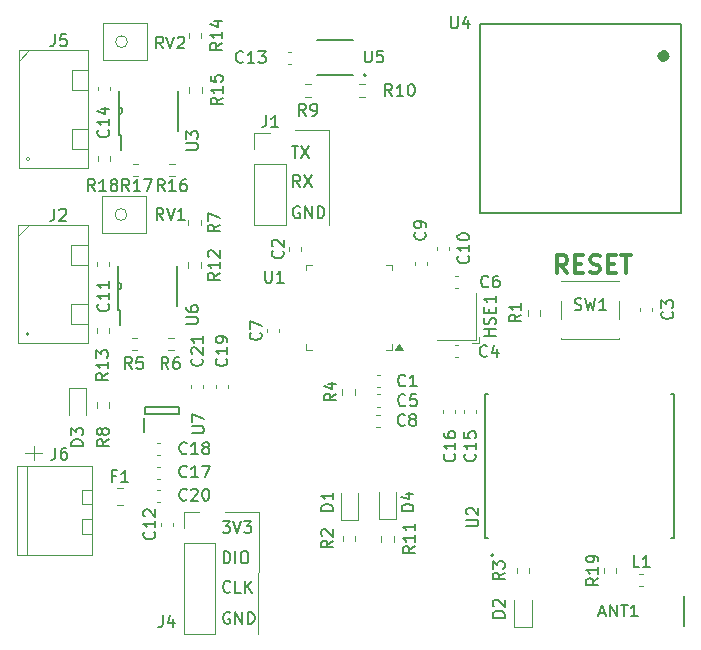
<source format=gbr>
%TF.GenerationSoftware,KiCad,Pcbnew,8.0.5*%
%TF.CreationDate,2024-11-10T21:06:56+07:00*%
%TF.ProjectId,Project_241,50726f6a-6563-4745-9f32-34312e6b6963,rev?*%
%TF.SameCoordinates,Original*%
%TF.FileFunction,Legend,Top*%
%TF.FilePolarity,Positive*%
%FSLAX46Y46*%
G04 Gerber Fmt 4.6, Leading zero omitted, Abs format (unit mm)*
G04 Created by KiCad (PCBNEW 8.0.5) date 2024-11-10 21:06:56*
%MOMM*%
%LPD*%
G01*
G04 APERTURE LIST*
%ADD10C,0.100000*%
%ADD11C,0.200000*%
%ADD12C,0.300000*%
%ADD13C,0.150000*%
%ADD14C,0.120000*%
%ADD15C,0.127000*%
%ADD16C,0.152400*%
%ADD17C,0.152700*%
%ADD18C,0.812800*%
G04 APERTURE END LIST*
D10*
X132842000Y-114909600D02*
X134264400Y-114909600D01*
X152603200Y-119938800D02*
X152577800Y-130225800D01*
X158541086Y-87589514D02*
X158537921Y-95633013D01*
X133553200Y-114909600D02*
X133553200Y-114350800D01*
X155670886Y-87589514D02*
X158541086Y-87589514D01*
X171221400Y-105054400D02*
X171221400Y-105613200D01*
X133553200Y-114909600D02*
X133553200Y-115519200D01*
X133553200Y-115519200D02*
X133553200Y-114909600D01*
X171221400Y-105613200D02*
X170662600Y-105613200D01*
X149733000Y-119938800D02*
X152603200Y-119938800D01*
D11*
X156119487Y-92389433D02*
X155786154Y-91913242D01*
X155548059Y-92389433D02*
X155548059Y-91389433D01*
X155548059Y-91389433D02*
X155929011Y-91389433D01*
X155929011Y-91389433D02*
X156024249Y-91437052D01*
X156024249Y-91437052D02*
X156071868Y-91484671D01*
X156071868Y-91484671D02*
X156119487Y-91579909D01*
X156119487Y-91579909D02*
X156119487Y-91722766D01*
X156119487Y-91722766D02*
X156071868Y-91818004D01*
X156071868Y-91818004D02*
X156024249Y-91865623D01*
X156024249Y-91865623D02*
X155929011Y-91913242D01*
X155929011Y-91913242D02*
X155548059Y-91913242D01*
X156452821Y-91389433D02*
X157119487Y-92389433D01*
X157119487Y-91389433D02*
X156452821Y-92389433D01*
D12*
X178729053Y-99673628D02*
X178229053Y-98959342D01*
X177871910Y-99673628D02*
X177871910Y-98173628D01*
X177871910Y-98173628D02*
X178443339Y-98173628D01*
X178443339Y-98173628D02*
X178586196Y-98245057D01*
X178586196Y-98245057D02*
X178657625Y-98316485D01*
X178657625Y-98316485D02*
X178729053Y-98459342D01*
X178729053Y-98459342D02*
X178729053Y-98673628D01*
X178729053Y-98673628D02*
X178657625Y-98816485D01*
X178657625Y-98816485D02*
X178586196Y-98887914D01*
X178586196Y-98887914D02*
X178443339Y-98959342D01*
X178443339Y-98959342D02*
X177871910Y-98959342D01*
X179371910Y-98887914D02*
X179871910Y-98887914D01*
X180086196Y-99673628D02*
X179371910Y-99673628D01*
X179371910Y-99673628D02*
X179371910Y-98173628D01*
X179371910Y-98173628D02*
X180086196Y-98173628D01*
X180657625Y-99602200D02*
X180871911Y-99673628D01*
X180871911Y-99673628D02*
X181229053Y-99673628D01*
X181229053Y-99673628D02*
X181371911Y-99602200D01*
X181371911Y-99602200D02*
X181443339Y-99530771D01*
X181443339Y-99530771D02*
X181514768Y-99387914D01*
X181514768Y-99387914D02*
X181514768Y-99245057D01*
X181514768Y-99245057D02*
X181443339Y-99102200D01*
X181443339Y-99102200D02*
X181371911Y-99030771D01*
X181371911Y-99030771D02*
X181229053Y-98959342D01*
X181229053Y-98959342D02*
X180943339Y-98887914D01*
X180943339Y-98887914D02*
X180800482Y-98816485D01*
X180800482Y-98816485D02*
X180729053Y-98745057D01*
X180729053Y-98745057D02*
X180657625Y-98602200D01*
X180657625Y-98602200D02*
X180657625Y-98459342D01*
X180657625Y-98459342D02*
X180729053Y-98316485D01*
X180729053Y-98316485D02*
X180800482Y-98245057D01*
X180800482Y-98245057D02*
X180943339Y-98173628D01*
X180943339Y-98173628D02*
X181300482Y-98173628D01*
X181300482Y-98173628D02*
X181514768Y-98245057D01*
X182157624Y-98887914D02*
X182657624Y-98887914D01*
X182871910Y-99673628D02*
X182157624Y-99673628D01*
X182157624Y-99673628D02*
X182157624Y-98173628D01*
X182157624Y-98173628D02*
X182871910Y-98173628D01*
X183300482Y-98173628D02*
X184157625Y-98173628D01*
X183729053Y-99673628D02*
X183729053Y-98173628D01*
D11*
X156071868Y-94078652D02*
X155976630Y-94031033D01*
X155976630Y-94031033D02*
X155833773Y-94031033D01*
X155833773Y-94031033D02*
X155690916Y-94078652D01*
X155690916Y-94078652D02*
X155595678Y-94173890D01*
X155595678Y-94173890D02*
X155548059Y-94269128D01*
X155548059Y-94269128D02*
X155500440Y-94459604D01*
X155500440Y-94459604D02*
X155500440Y-94602461D01*
X155500440Y-94602461D02*
X155548059Y-94792937D01*
X155548059Y-94792937D02*
X155595678Y-94888175D01*
X155595678Y-94888175D02*
X155690916Y-94983414D01*
X155690916Y-94983414D02*
X155833773Y-95031033D01*
X155833773Y-95031033D02*
X155929011Y-95031033D01*
X155929011Y-95031033D02*
X156071868Y-94983414D01*
X156071868Y-94983414D02*
X156119487Y-94935794D01*
X156119487Y-94935794D02*
X156119487Y-94602461D01*
X156119487Y-94602461D02*
X155929011Y-94602461D01*
X156548059Y-95031033D02*
X156548059Y-94031033D01*
X156548059Y-94031033D02*
X157119487Y-95031033D01*
X157119487Y-95031033D02*
X157119487Y-94031033D01*
X157595678Y-95031033D02*
X157595678Y-94031033D01*
X157595678Y-94031033D02*
X157833773Y-94031033D01*
X157833773Y-94031033D02*
X157976630Y-94078652D01*
X157976630Y-94078652D02*
X158071868Y-94173890D01*
X158071868Y-94173890D02*
X158119487Y-94269128D01*
X158119487Y-94269128D02*
X158167106Y-94459604D01*
X158167106Y-94459604D02*
X158167106Y-94602461D01*
X158167106Y-94602461D02*
X158119487Y-94792937D01*
X158119487Y-94792937D02*
X158071868Y-94888175D01*
X158071868Y-94888175D02*
X157976630Y-94983414D01*
X157976630Y-94983414D02*
X157833773Y-95031033D01*
X157833773Y-95031033D02*
X157595678Y-95031033D01*
X149550235Y-120685619D02*
X150169282Y-120685619D01*
X150169282Y-120685619D02*
X149835949Y-121066571D01*
X149835949Y-121066571D02*
X149978806Y-121066571D01*
X149978806Y-121066571D02*
X150074044Y-121114190D01*
X150074044Y-121114190D02*
X150121663Y-121161809D01*
X150121663Y-121161809D02*
X150169282Y-121257047D01*
X150169282Y-121257047D02*
X150169282Y-121495142D01*
X150169282Y-121495142D02*
X150121663Y-121590380D01*
X150121663Y-121590380D02*
X150074044Y-121638000D01*
X150074044Y-121638000D02*
X149978806Y-121685619D01*
X149978806Y-121685619D02*
X149693092Y-121685619D01*
X149693092Y-121685619D02*
X149597854Y-121638000D01*
X149597854Y-121638000D02*
X149550235Y-121590380D01*
X150454997Y-120685619D02*
X150788330Y-121685619D01*
X150788330Y-121685619D02*
X151121663Y-120685619D01*
X151359759Y-120685619D02*
X151978806Y-120685619D01*
X151978806Y-120685619D02*
X151645473Y-121066571D01*
X151645473Y-121066571D02*
X151788330Y-121066571D01*
X151788330Y-121066571D02*
X151883568Y-121114190D01*
X151883568Y-121114190D02*
X151931187Y-121161809D01*
X151931187Y-121161809D02*
X151978806Y-121257047D01*
X151978806Y-121257047D02*
X151978806Y-121495142D01*
X151978806Y-121495142D02*
X151931187Y-121590380D01*
X151931187Y-121590380D02*
X151883568Y-121638000D01*
X151883568Y-121638000D02*
X151788330Y-121685619D01*
X151788330Y-121685619D02*
X151502616Y-121685619D01*
X151502616Y-121685619D02*
X151407378Y-121638000D01*
X151407378Y-121638000D02*
X151359759Y-121590380D01*
X150216901Y-126644980D02*
X150169282Y-126692600D01*
X150169282Y-126692600D02*
X150026425Y-126740219D01*
X150026425Y-126740219D02*
X149931187Y-126740219D01*
X149931187Y-126740219D02*
X149788330Y-126692600D01*
X149788330Y-126692600D02*
X149693092Y-126597361D01*
X149693092Y-126597361D02*
X149645473Y-126502123D01*
X149645473Y-126502123D02*
X149597854Y-126311647D01*
X149597854Y-126311647D02*
X149597854Y-126168790D01*
X149597854Y-126168790D02*
X149645473Y-125978314D01*
X149645473Y-125978314D02*
X149693092Y-125883076D01*
X149693092Y-125883076D02*
X149788330Y-125787838D01*
X149788330Y-125787838D02*
X149931187Y-125740219D01*
X149931187Y-125740219D02*
X150026425Y-125740219D01*
X150026425Y-125740219D02*
X150169282Y-125787838D01*
X150169282Y-125787838D02*
X150216901Y-125835457D01*
X151121663Y-126740219D02*
X150645473Y-126740219D01*
X150645473Y-126740219D02*
X150645473Y-125740219D01*
X151454997Y-126740219D02*
X151454997Y-125740219D01*
X152026425Y-126740219D02*
X151597854Y-126168790D01*
X152026425Y-125740219D02*
X151454997Y-126311647D01*
X155405202Y-88900233D02*
X155976630Y-88900233D01*
X155690916Y-89900233D02*
X155690916Y-88900233D01*
X156214726Y-88900233D02*
X156881392Y-89900233D01*
X156881392Y-88900233D02*
X156214726Y-89900233D01*
X150169282Y-128429438D02*
X150074044Y-128381819D01*
X150074044Y-128381819D02*
X149931187Y-128381819D01*
X149931187Y-128381819D02*
X149788330Y-128429438D01*
X149788330Y-128429438D02*
X149693092Y-128524676D01*
X149693092Y-128524676D02*
X149645473Y-128619914D01*
X149645473Y-128619914D02*
X149597854Y-128810390D01*
X149597854Y-128810390D02*
X149597854Y-128953247D01*
X149597854Y-128953247D02*
X149645473Y-129143723D01*
X149645473Y-129143723D02*
X149693092Y-129238961D01*
X149693092Y-129238961D02*
X149788330Y-129334200D01*
X149788330Y-129334200D02*
X149931187Y-129381819D01*
X149931187Y-129381819D02*
X150026425Y-129381819D01*
X150026425Y-129381819D02*
X150169282Y-129334200D01*
X150169282Y-129334200D02*
X150216901Y-129286580D01*
X150216901Y-129286580D02*
X150216901Y-128953247D01*
X150216901Y-128953247D02*
X150026425Y-128953247D01*
X150645473Y-129381819D02*
X150645473Y-128381819D01*
X150645473Y-128381819D02*
X151216901Y-129381819D01*
X151216901Y-129381819D02*
X151216901Y-128381819D01*
X151693092Y-129381819D02*
X151693092Y-128381819D01*
X151693092Y-128381819D02*
X151931187Y-128381819D01*
X151931187Y-128381819D02*
X152074044Y-128429438D01*
X152074044Y-128429438D02*
X152169282Y-128524676D01*
X152169282Y-128524676D02*
X152216901Y-128619914D01*
X152216901Y-128619914D02*
X152264520Y-128810390D01*
X152264520Y-128810390D02*
X152264520Y-128953247D01*
X152264520Y-128953247D02*
X152216901Y-129143723D01*
X152216901Y-129143723D02*
X152169282Y-129238961D01*
X152169282Y-129238961D02*
X152074044Y-129334200D01*
X152074044Y-129334200D02*
X151931187Y-129381819D01*
X151931187Y-129381819D02*
X151693092Y-129381819D01*
X149645473Y-124251019D02*
X149645473Y-123251019D01*
X149645473Y-123251019D02*
X149883568Y-123251019D01*
X149883568Y-123251019D02*
X150026425Y-123298638D01*
X150026425Y-123298638D02*
X150121663Y-123393876D01*
X150121663Y-123393876D02*
X150169282Y-123489114D01*
X150169282Y-123489114D02*
X150216901Y-123679590D01*
X150216901Y-123679590D02*
X150216901Y-123822447D01*
X150216901Y-123822447D02*
X150169282Y-124012923D01*
X150169282Y-124012923D02*
X150121663Y-124108161D01*
X150121663Y-124108161D02*
X150026425Y-124203400D01*
X150026425Y-124203400D02*
X149883568Y-124251019D01*
X149883568Y-124251019D02*
X149645473Y-124251019D01*
X150645473Y-124251019D02*
X150645473Y-123251019D01*
X151312139Y-123251019D02*
X151502615Y-123251019D01*
X151502615Y-123251019D02*
X151597853Y-123298638D01*
X151597853Y-123298638D02*
X151693091Y-123393876D01*
X151693091Y-123393876D02*
X151740710Y-123584352D01*
X151740710Y-123584352D02*
X151740710Y-123917685D01*
X151740710Y-123917685D02*
X151693091Y-124108161D01*
X151693091Y-124108161D02*
X151597853Y-124203400D01*
X151597853Y-124203400D02*
X151502615Y-124251019D01*
X151502615Y-124251019D02*
X151312139Y-124251019D01*
X151312139Y-124251019D02*
X151216901Y-124203400D01*
X151216901Y-124203400D02*
X151121663Y-124108161D01*
X151121663Y-124108161D02*
X151074044Y-123917685D01*
X151074044Y-123917685D02*
X151074044Y-123584352D01*
X151074044Y-123584352D02*
X151121663Y-123393876D01*
X151121663Y-123393876D02*
X151216901Y-123298638D01*
X151216901Y-123298638D02*
X151312139Y-123251019D01*
D13*
X154631580Y-97804266D02*
X154679200Y-97851885D01*
X154679200Y-97851885D02*
X154726819Y-97994742D01*
X154726819Y-97994742D02*
X154726819Y-98089980D01*
X154726819Y-98089980D02*
X154679200Y-98232837D01*
X154679200Y-98232837D02*
X154583961Y-98328075D01*
X154583961Y-98328075D02*
X154488723Y-98375694D01*
X154488723Y-98375694D02*
X154298247Y-98423313D01*
X154298247Y-98423313D02*
X154155390Y-98423313D01*
X154155390Y-98423313D02*
X153964914Y-98375694D01*
X153964914Y-98375694D02*
X153869676Y-98328075D01*
X153869676Y-98328075D02*
X153774438Y-98232837D01*
X153774438Y-98232837D02*
X153726819Y-98089980D01*
X153726819Y-98089980D02*
X153726819Y-97994742D01*
X153726819Y-97994742D02*
X153774438Y-97851885D01*
X153774438Y-97851885D02*
X153822057Y-97804266D01*
X153822057Y-97423313D02*
X153774438Y-97375694D01*
X153774438Y-97375694D02*
X153726819Y-97280456D01*
X153726819Y-97280456D02*
X153726819Y-97042361D01*
X153726819Y-97042361D02*
X153774438Y-96947123D01*
X153774438Y-96947123D02*
X153822057Y-96899504D01*
X153822057Y-96899504D02*
X153917295Y-96851885D01*
X153917295Y-96851885D02*
X154012533Y-96851885D01*
X154012533Y-96851885D02*
X154155390Y-96899504D01*
X154155390Y-96899504D02*
X154726819Y-97470932D01*
X154726819Y-97470932D02*
X154726819Y-96851885D01*
X149502019Y-80183458D02*
X149025828Y-80516791D01*
X149502019Y-80754886D02*
X148502019Y-80754886D01*
X148502019Y-80754886D02*
X148502019Y-80373934D01*
X148502019Y-80373934D02*
X148549638Y-80278696D01*
X148549638Y-80278696D02*
X148597257Y-80231077D01*
X148597257Y-80231077D02*
X148692495Y-80183458D01*
X148692495Y-80183458D02*
X148835352Y-80183458D01*
X148835352Y-80183458D02*
X148930590Y-80231077D01*
X148930590Y-80231077D02*
X148978209Y-80278696D01*
X148978209Y-80278696D02*
X149025828Y-80373934D01*
X149025828Y-80373934D02*
X149025828Y-80754886D01*
X149502019Y-79231077D02*
X149502019Y-79802505D01*
X149502019Y-79516791D02*
X148502019Y-79516791D01*
X148502019Y-79516791D02*
X148644876Y-79612029D01*
X148644876Y-79612029D02*
X148740114Y-79707267D01*
X148740114Y-79707267D02*
X148787733Y-79802505D01*
X148835352Y-78373934D02*
X149502019Y-78373934D01*
X148454400Y-78612029D02*
X149168685Y-78850124D01*
X149168685Y-78850124D02*
X149168685Y-78231077D01*
X153245052Y-86307833D02*
X153245052Y-87022118D01*
X153245052Y-87022118D02*
X153197433Y-87164975D01*
X153197433Y-87164975D02*
X153102195Y-87260214D01*
X153102195Y-87260214D02*
X152959338Y-87307833D01*
X152959338Y-87307833D02*
X152864100Y-87307833D01*
X154245052Y-87307833D02*
X153673624Y-87307833D01*
X153959338Y-87307833D02*
X153959338Y-86307833D01*
X153959338Y-86307833D02*
X153864100Y-86450690D01*
X153864100Y-86450690D02*
X153768862Y-86545928D01*
X153768862Y-86545928D02*
X153673624Y-86593547D01*
X181353619Y-125509257D02*
X180877428Y-125842590D01*
X181353619Y-126080685D02*
X180353619Y-126080685D01*
X180353619Y-126080685D02*
X180353619Y-125699733D01*
X180353619Y-125699733D02*
X180401238Y-125604495D01*
X180401238Y-125604495D02*
X180448857Y-125556876D01*
X180448857Y-125556876D02*
X180544095Y-125509257D01*
X180544095Y-125509257D02*
X180686952Y-125509257D01*
X180686952Y-125509257D02*
X180782190Y-125556876D01*
X180782190Y-125556876D02*
X180829809Y-125604495D01*
X180829809Y-125604495D02*
X180877428Y-125699733D01*
X180877428Y-125699733D02*
X180877428Y-126080685D01*
X181353619Y-124556876D02*
X181353619Y-125128304D01*
X181353619Y-124842590D02*
X180353619Y-124842590D01*
X180353619Y-124842590D02*
X180496476Y-124937828D01*
X180496476Y-124937828D02*
X180591714Y-125033066D01*
X180591714Y-125033066D02*
X180639333Y-125128304D01*
X181353619Y-124080685D02*
X181353619Y-123890209D01*
X181353619Y-123890209D02*
X181306000Y-123794971D01*
X181306000Y-123794971D02*
X181258380Y-123747352D01*
X181258380Y-123747352D02*
X181115523Y-123652114D01*
X181115523Y-123652114D02*
X180925047Y-123604495D01*
X180925047Y-123604495D02*
X180544095Y-123604495D01*
X180544095Y-123604495D02*
X180448857Y-123652114D01*
X180448857Y-123652114D02*
X180401238Y-123699733D01*
X180401238Y-123699733D02*
X180353619Y-123794971D01*
X180353619Y-123794971D02*
X180353619Y-123985447D01*
X180353619Y-123985447D02*
X180401238Y-124080685D01*
X180401238Y-124080685D02*
X180448857Y-124128304D01*
X180448857Y-124128304D02*
X180544095Y-124175923D01*
X180544095Y-124175923D02*
X180782190Y-124175923D01*
X180782190Y-124175923D02*
X180877428Y-124128304D01*
X180877428Y-124128304D02*
X180925047Y-124080685D01*
X180925047Y-124080685D02*
X180972666Y-123985447D01*
X180972666Y-123985447D02*
X180972666Y-123794971D01*
X180972666Y-123794971D02*
X180925047Y-123699733D01*
X180925047Y-123699733D02*
X180877428Y-123652114D01*
X180877428Y-123652114D02*
X180782190Y-123604495D01*
X139898720Y-113766266D02*
X139422529Y-114099599D01*
X139898720Y-114337694D02*
X138898720Y-114337694D01*
X138898720Y-114337694D02*
X138898720Y-113956742D01*
X138898720Y-113956742D02*
X138946339Y-113861504D01*
X138946339Y-113861504D02*
X138993958Y-113813885D01*
X138993958Y-113813885D02*
X139089196Y-113766266D01*
X139089196Y-113766266D02*
X139232053Y-113766266D01*
X139232053Y-113766266D02*
X139327291Y-113813885D01*
X139327291Y-113813885D02*
X139374910Y-113861504D01*
X139374910Y-113861504D02*
X139422529Y-113956742D01*
X139422529Y-113956742D02*
X139422529Y-114337694D01*
X139327291Y-113194837D02*
X139279672Y-113290075D01*
X139279672Y-113290075D02*
X139232053Y-113337694D01*
X139232053Y-113337694D02*
X139136815Y-113385313D01*
X139136815Y-113385313D02*
X139089196Y-113385313D01*
X139089196Y-113385313D02*
X138993958Y-113337694D01*
X138993958Y-113337694D02*
X138946339Y-113290075D01*
X138946339Y-113290075D02*
X138898720Y-113194837D01*
X138898720Y-113194837D02*
X138898720Y-113004361D01*
X138898720Y-113004361D02*
X138946339Y-112909123D01*
X138946339Y-112909123D02*
X138993958Y-112861504D01*
X138993958Y-112861504D02*
X139089196Y-112813885D01*
X139089196Y-112813885D02*
X139136815Y-112813885D01*
X139136815Y-112813885D02*
X139232053Y-112861504D01*
X139232053Y-112861504D02*
X139279672Y-112909123D01*
X139279672Y-112909123D02*
X139327291Y-113004361D01*
X139327291Y-113004361D02*
X139327291Y-113194837D01*
X139327291Y-113194837D02*
X139374910Y-113290075D01*
X139374910Y-113290075D02*
X139422529Y-113337694D01*
X139422529Y-113337694D02*
X139517767Y-113385313D01*
X139517767Y-113385313D02*
X139708243Y-113385313D01*
X139708243Y-113385313D02*
X139803481Y-113337694D01*
X139803481Y-113337694D02*
X139851101Y-113290075D01*
X139851101Y-113290075D02*
X139898720Y-113194837D01*
X139898720Y-113194837D02*
X139898720Y-113004361D01*
X139898720Y-113004361D02*
X139851101Y-112909123D01*
X139851101Y-112909123D02*
X139803481Y-112861504D01*
X139803481Y-112861504D02*
X139708243Y-112813885D01*
X139708243Y-112813885D02*
X139517767Y-112813885D01*
X139517767Y-112813885D02*
X139422529Y-112861504D01*
X139422529Y-112861504D02*
X139374910Y-112909123D01*
X139374910Y-112909123D02*
X139327291Y-113004361D01*
X149298819Y-99652057D02*
X148822628Y-99985390D01*
X149298819Y-100223485D02*
X148298819Y-100223485D01*
X148298819Y-100223485D02*
X148298819Y-99842533D01*
X148298819Y-99842533D02*
X148346438Y-99747295D01*
X148346438Y-99747295D02*
X148394057Y-99699676D01*
X148394057Y-99699676D02*
X148489295Y-99652057D01*
X148489295Y-99652057D02*
X148632152Y-99652057D01*
X148632152Y-99652057D02*
X148727390Y-99699676D01*
X148727390Y-99699676D02*
X148775009Y-99747295D01*
X148775009Y-99747295D02*
X148822628Y-99842533D01*
X148822628Y-99842533D02*
X148822628Y-100223485D01*
X149298819Y-98699676D02*
X149298819Y-99271104D01*
X149298819Y-98985390D02*
X148298819Y-98985390D01*
X148298819Y-98985390D02*
X148441676Y-99080628D01*
X148441676Y-99080628D02*
X148536914Y-99175866D01*
X148536914Y-99175866D02*
X148584533Y-99271104D01*
X148394057Y-98318723D02*
X148346438Y-98271104D01*
X148346438Y-98271104D02*
X148298819Y-98175866D01*
X148298819Y-98175866D02*
X148298819Y-97937771D01*
X148298819Y-97937771D02*
X148346438Y-97842533D01*
X148346438Y-97842533D02*
X148394057Y-97794914D01*
X148394057Y-97794914D02*
X148489295Y-97747295D01*
X148489295Y-97747295D02*
X148584533Y-97747295D01*
X148584533Y-97747295D02*
X148727390Y-97794914D01*
X148727390Y-97794914D02*
X149298819Y-98366342D01*
X149298819Y-98366342D02*
X149298819Y-97747295D01*
X152751980Y-104713066D02*
X152799600Y-104760685D01*
X152799600Y-104760685D02*
X152847219Y-104903542D01*
X152847219Y-104903542D02*
X152847219Y-104998780D01*
X152847219Y-104998780D02*
X152799600Y-105141637D01*
X152799600Y-105141637D02*
X152704361Y-105236875D01*
X152704361Y-105236875D02*
X152609123Y-105284494D01*
X152609123Y-105284494D02*
X152418647Y-105332113D01*
X152418647Y-105332113D02*
X152275790Y-105332113D01*
X152275790Y-105332113D02*
X152085314Y-105284494D01*
X152085314Y-105284494D02*
X151990076Y-105236875D01*
X151990076Y-105236875D02*
X151894838Y-105141637D01*
X151894838Y-105141637D02*
X151847219Y-104998780D01*
X151847219Y-104998780D02*
X151847219Y-104903542D01*
X151847219Y-104903542D02*
X151894838Y-104760685D01*
X151894838Y-104760685D02*
X151942457Y-104713066D01*
X151847219Y-104379732D02*
X151847219Y-103713066D01*
X151847219Y-103713066D02*
X152847219Y-104141637D01*
X173430405Y-128855694D02*
X172430405Y-128855694D01*
X172430405Y-128855694D02*
X172430405Y-128617599D01*
X172430405Y-128617599D02*
X172478024Y-128474742D01*
X172478024Y-128474742D02*
X172573262Y-128379504D01*
X172573262Y-128379504D02*
X172668500Y-128331885D01*
X172668500Y-128331885D02*
X172858976Y-128284266D01*
X172858976Y-128284266D02*
X173001833Y-128284266D01*
X173001833Y-128284266D02*
X173192309Y-128331885D01*
X173192309Y-128331885D02*
X173287547Y-128379504D01*
X173287547Y-128379504D02*
X173382786Y-128474742D01*
X173382786Y-128474742D02*
X173430405Y-128617599D01*
X173430405Y-128617599D02*
X173430405Y-128855694D01*
X172525643Y-127903313D02*
X172478024Y-127855694D01*
X172478024Y-127855694D02*
X172430405Y-127760456D01*
X172430405Y-127760456D02*
X172430405Y-127522361D01*
X172430405Y-127522361D02*
X172478024Y-127427123D01*
X172478024Y-127427123D02*
X172525643Y-127379504D01*
X172525643Y-127379504D02*
X172620881Y-127331885D01*
X172620881Y-127331885D02*
X172716119Y-127331885D01*
X172716119Y-127331885D02*
X172858976Y-127379504D01*
X172858976Y-127379504D02*
X173430405Y-127950932D01*
X173430405Y-127950932D02*
X173430405Y-127331885D01*
X146978019Y-113233104D02*
X147787542Y-113233104D01*
X147787542Y-113233104D02*
X147882780Y-113185485D01*
X147882780Y-113185485D02*
X147930400Y-113137866D01*
X147930400Y-113137866D02*
X147978019Y-113042628D01*
X147978019Y-113042628D02*
X147978019Y-112852152D01*
X147978019Y-112852152D02*
X147930400Y-112756914D01*
X147930400Y-112756914D02*
X147882780Y-112709295D01*
X147882780Y-112709295D02*
X147787542Y-112661676D01*
X147787542Y-112661676D02*
X146978019Y-112661676D01*
X146978019Y-112280723D02*
X146978019Y-111614057D01*
X146978019Y-111614057D02*
X147978019Y-112042628D01*
X164984133Y-112525980D02*
X164936514Y-112573600D01*
X164936514Y-112573600D02*
X164793657Y-112621219D01*
X164793657Y-112621219D02*
X164698419Y-112621219D01*
X164698419Y-112621219D02*
X164555562Y-112573600D01*
X164555562Y-112573600D02*
X164460324Y-112478361D01*
X164460324Y-112478361D02*
X164412705Y-112383123D01*
X164412705Y-112383123D02*
X164365086Y-112192647D01*
X164365086Y-112192647D02*
X164365086Y-112049790D01*
X164365086Y-112049790D02*
X164412705Y-111859314D01*
X164412705Y-111859314D02*
X164460324Y-111764076D01*
X164460324Y-111764076D02*
X164555562Y-111668838D01*
X164555562Y-111668838D02*
X164698419Y-111621219D01*
X164698419Y-111621219D02*
X164793657Y-111621219D01*
X164793657Y-111621219D02*
X164936514Y-111668838D01*
X164936514Y-111668838D02*
X164984133Y-111716457D01*
X165555562Y-112049790D02*
X165460324Y-112002171D01*
X165460324Y-112002171D02*
X165412705Y-111954552D01*
X165412705Y-111954552D02*
X165365086Y-111859314D01*
X165365086Y-111859314D02*
X165365086Y-111811695D01*
X165365086Y-111811695D02*
X165412705Y-111716457D01*
X165412705Y-111716457D02*
X165460324Y-111668838D01*
X165460324Y-111668838D02*
X165555562Y-111621219D01*
X165555562Y-111621219D02*
X165746038Y-111621219D01*
X165746038Y-111621219D02*
X165841276Y-111668838D01*
X165841276Y-111668838D02*
X165888895Y-111716457D01*
X165888895Y-111716457D02*
X165936514Y-111811695D01*
X165936514Y-111811695D02*
X165936514Y-111859314D01*
X165936514Y-111859314D02*
X165888895Y-111954552D01*
X165888895Y-111954552D02*
X165841276Y-112002171D01*
X165841276Y-112002171D02*
X165746038Y-112049790D01*
X165746038Y-112049790D02*
X165555562Y-112049790D01*
X165555562Y-112049790D02*
X165460324Y-112097409D01*
X165460324Y-112097409D02*
X165412705Y-112145028D01*
X165412705Y-112145028D02*
X165365086Y-112240266D01*
X165365086Y-112240266D02*
X165365086Y-112430742D01*
X165365086Y-112430742D02*
X165412705Y-112525980D01*
X165412705Y-112525980D02*
X165460324Y-112573600D01*
X165460324Y-112573600D02*
X165555562Y-112621219D01*
X165555562Y-112621219D02*
X165746038Y-112621219D01*
X165746038Y-112621219D02*
X165841276Y-112573600D01*
X165841276Y-112573600D02*
X165888895Y-112525980D01*
X165888895Y-112525980D02*
X165936514Y-112430742D01*
X165936514Y-112430742D02*
X165936514Y-112240266D01*
X165936514Y-112240266D02*
X165888895Y-112145028D01*
X165888895Y-112145028D02*
X165841276Y-112097409D01*
X165841276Y-112097409D02*
X165746038Y-112049790D01*
X149863980Y-106916457D02*
X149911600Y-106964076D01*
X149911600Y-106964076D02*
X149959219Y-107106933D01*
X149959219Y-107106933D02*
X149959219Y-107202171D01*
X149959219Y-107202171D02*
X149911600Y-107345028D01*
X149911600Y-107345028D02*
X149816361Y-107440266D01*
X149816361Y-107440266D02*
X149721123Y-107487885D01*
X149721123Y-107487885D02*
X149530647Y-107535504D01*
X149530647Y-107535504D02*
X149387790Y-107535504D01*
X149387790Y-107535504D02*
X149197314Y-107487885D01*
X149197314Y-107487885D02*
X149102076Y-107440266D01*
X149102076Y-107440266D02*
X149006838Y-107345028D01*
X149006838Y-107345028D02*
X148959219Y-107202171D01*
X148959219Y-107202171D02*
X148959219Y-107106933D01*
X148959219Y-107106933D02*
X149006838Y-106964076D01*
X149006838Y-106964076D02*
X149054457Y-106916457D01*
X149959219Y-105964076D02*
X149959219Y-106535504D01*
X149959219Y-106249790D02*
X148959219Y-106249790D01*
X148959219Y-106249790D02*
X149102076Y-106345028D01*
X149102076Y-106345028D02*
X149197314Y-106440266D01*
X149197314Y-106440266D02*
X149244933Y-106535504D01*
X149959219Y-105487885D02*
X149959219Y-105297409D01*
X149959219Y-105297409D02*
X149911600Y-105202171D01*
X149911600Y-105202171D02*
X149863980Y-105154552D01*
X149863980Y-105154552D02*
X149721123Y-105059314D01*
X149721123Y-105059314D02*
X149530647Y-105011695D01*
X149530647Y-105011695D02*
X149149695Y-105011695D01*
X149149695Y-105011695D02*
X149054457Y-105059314D01*
X149054457Y-105059314D02*
X149006838Y-105106933D01*
X149006838Y-105106933D02*
X148959219Y-105202171D01*
X148959219Y-105202171D02*
X148959219Y-105392647D01*
X148959219Y-105392647D02*
X149006838Y-105487885D01*
X149006838Y-105487885D02*
X149054457Y-105535504D01*
X149054457Y-105535504D02*
X149149695Y-105583123D01*
X149149695Y-105583123D02*
X149387790Y-105583123D01*
X149387790Y-105583123D02*
X149483028Y-105535504D01*
X149483028Y-105535504D02*
X149530647Y-105487885D01*
X149530647Y-105487885D02*
X149578266Y-105392647D01*
X149578266Y-105392647D02*
X149578266Y-105202171D01*
X149578266Y-105202171D02*
X149530647Y-105106933D01*
X149530647Y-105106933D02*
X149483028Y-105059314D01*
X149483028Y-105059314D02*
X149387790Y-105011695D01*
X171943733Y-106683980D02*
X171896114Y-106731600D01*
X171896114Y-106731600D02*
X171753257Y-106779219D01*
X171753257Y-106779219D02*
X171658019Y-106779219D01*
X171658019Y-106779219D02*
X171515162Y-106731600D01*
X171515162Y-106731600D02*
X171419924Y-106636361D01*
X171419924Y-106636361D02*
X171372305Y-106541123D01*
X171372305Y-106541123D02*
X171324686Y-106350647D01*
X171324686Y-106350647D02*
X171324686Y-106207790D01*
X171324686Y-106207790D02*
X171372305Y-106017314D01*
X171372305Y-106017314D02*
X171419924Y-105922076D01*
X171419924Y-105922076D02*
X171515162Y-105826838D01*
X171515162Y-105826838D02*
X171658019Y-105779219D01*
X171658019Y-105779219D02*
X171753257Y-105779219D01*
X171753257Y-105779219D02*
X171896114Y-105826838D01*
X171896114Y-105826838D02*
X171943733Y-105874457D01*
X172800876Y-106112552D02*
X172800876Y-106779219D01*
X172562781Y-105731600D02*
X172324686Y-106445885D01*
X172324686Y-106445885D02*
X172943733Y-106445885D01*
X172666819Y-105017675D02*
X171666819Y-105017675D01*
X172143009Y-105017675D02*
X172143009Y-104446247D01*
X172666819Y-104446247D02*
X171666819Y-104446247D01*
X172619200Y-104017675D02*
X172666819Y-103874818D01*
X172666819Y-103874818D02*
X172666819Y-103636723D01*
X172666819Y-103636723D02*
X172619200Y-103541485D01*
X172619200Y-103541485D02*
X172571580Y-103493866D01*
X172571580Y-103493866D02*
X172476342Y-103446247D01*
X172476342Y-103446247D02*
X172381104Y-103446247D01*
X172381104Y-103446247D02*
X172285866Y-103493866D01*
X172285866Y-103493866D02*
X172238247Y-103541485D01*
X172238247Y-103541485D02*
X172190628Y-103636723D01*
X172190628Y-103636723D02*
X172143009Y-103827199D01*
X172143009Y-103827199D02*
X172095390Y-103922437D01*
X172095390Y-103922437D02*
X172047771Y-103970056D01*
X172047771Y-103970056D02*
X171952533Y-104017675D01*
X171952533Y-104017675D02*
X171857295Y-104017675D01*
X171857295Y-104017675D02*
X171762057Y-103970056D01*
X171762057Y-103970056D02*
X171714438Y-103922437D01*
X171714438Y-103922437D02*
X171666819Y-103827199D01*
X171666819Y-103827199D02*
X171666819Y-103589104D01*
X171666819Y-103589104D02*
X171714438Y-103446247D01*
X172143009Y-103017675D02*
X172143009Y-102684342D01*
X172666819Y-102541485D02*
X172666819Y-103017675D01*
X172666819Y-103017675D02*
X171666819Y-103017675D01*
X171666819Y-103017675D02*
X171666819Y-102541485D01*
X172666819Y-101589104D02*
X172666819Y-102160532D01*
X172666819Y-101874818D02*
X171666819Y-101874818D01*
X171666819Y-101874818D02*
X171809676Y-101970056D01*
X171809676Y-101970056D02*
X171904914Y-102065294D01*
X171904914Y-102065294D02*
X171952533Y-102160532D01*
X135353466Y-79464819D02*
X135353466Y-80179104D01*
X135353466Y-80179104D02*
X135305847Y-80321961D01*
X135305847Y-80321961D02*
X135210609Y-80417200D01*
X135210609Y-80417200D02*
X135067752Y-80464819D01*
X135067752Y-80464819D02*
X134972514Y-80464819D01*
X136305847Y-79464819D02*
X135829657Y-79464819D01*
X135829657Y-79464819D02*
X135782038Y-79941009D01*
X135782038Y-79941009D02*
X135829657Y-79893390D01*
X135829657Y-79893390D02*
X135924895Y-79845771D01*
X135924895Y-79845771D02*
X136162990Y-79845771D01*
X136162990Y-79845771D02*
X136258228Y-79893390D01*
X136258228Y-79893390D02*
X136305847Y-79941009D01*
X136305847Y-79941009D02*
X136353466Y-80036247D01*
X136353466Y-80036247D02*
X136353466Y-80274342D01*
X136353466Y-80274342D02*
X136305847Y-80369580D01*
X136305847Y-80369580D02*
X136258228Y-80417200D01*
X136258228Y-80417200D02*
X136162990Y-80464819D01*
X136162990Y-80464819D02*
X135924895Y-80464819D01*
X135924895Y-80464819D02*
X135829657Y-80417200D01*
X135829657Y-80417200D02*
X135782038Y-80369580D01*
X135302666Y-94247619D02*
X135302666Y-94961904D01*
X135302666Y-94961904D02*
X135255047Y-95104761D01*
X135255047Y-95104761D02*
X135159809Y-95200000D01*
X135159809Y-95200000D02*
X135016952Y-95247619D01*
X135016952Y-95247619D02*
X134921714Y-95247619D01*
X135731238Y-94342857D02*
X135778857Y-94295238D01*
X135778857Y-94295238D02*
X135874095Y-94247619D01*
X135874095Y-94247619D02*
X136112190Y-94247619D01*
X136112190Y-94247619D02*
X136207428Y-94295238D01*
X136207428Y-94295238D02*
X136255047Y-94342857D01*
X136255047Y-94342857D02*
X136302666Y-94438095D01*
X136302666Y-94438095D02*
X136302666Y-94533333D01*
X136302666Y-94533333D02*
X136255047Y-94676190D01*
X136255047Y-94676190D02*
X135683619Y-95247619D01*
X135683619Y-95247619D02*
X136302666Y-95247619D01*
X139856380Y-87561658D02*
X139904000Y-87609277D01*
X139904000Y-87609277D02*
X139951619Y-87752134D01*
X139951619Y-87752134D02*
X139951619Y-87847372D01*
X139951619Y-87847372D02*
X139904000Y-87990229D01*
X139904000Y-87990229D02*
X139808761Y-88085467D01*
X139808761Y-88085467D02*
X139713523Y-88133086D01*
X139713523Y-88133086D02*
X139523047Y-88180705D01*
X139523047Y-88180705D02*
X139380190Y-88180705D01*
X139380190Y-88180705D02*
X139189714Y-88133086D01*
X139189714Y-88133086D02*
X139094476Y-88085467D01*
X139094476Y-88085467D02*
X138999238Y-87990229D01*
X138999238Y-87990229D02*
X138951619Y-87847372D01*
X138951619Y-87847372D02*
X138951619Y-87752134D01*
X138951619Y-87752134D02*
X138999238Y-87609277D01*
X138999238Y-87609277D02*
X139046857Y-87561658D01*
X139951619Y-86609277D02*
X139951619Y-87180705D01*
X139951619Y-86894991D02*
X138951619Y-86894991D01*
X138951619Y-86894991D02*
X139094476Y-86990229D01*
X139094476Y-86990229D02*
X139189714Y-87085467D01*
X139189714Y-87085467D02*
X139237333Y-87180705D01*
X139284952Y-85752134D02*
X139951619Y-85752134D01*
X138904000Y-85990229D02*
X139618285Y-86228324D01*
X139618285Y-86228324D02*
X139618285Y-85609277D01*
X138735528Y-92737833D02*
X138402195Y-92261642D01*
X138164100Y-92737833D02*
X138164100Y-91737833D01*
X138164100Y-91737833D02*
X138545052Y-91737833D01*
X138545052Y-91737833D02*
X138640290Y-91785452D01*
X138640290Y-91785452D02*
X138687909Y-91833071D01*
X138687909Y-91833071D02*
X138735528Y-91928309D01*
X138735528Y-91928309D02*
X138735528Y-92071166D01*
X138735528Y-92071166D02*
X138687909Y-92166404D01*
X138687909Y-92166404D02*
X138640290Y-92214023D01*
X138640290Y-92214023D02*
X138545052Y-92261642D01*
X138545052Y-92261642D02*
X138164100Y-92261642D01*
X139687909Y-92737833D02*
X139116481Y-92737833D01*
X139402195Y-92737833D02*
X139402195Y-91737833D01*
X139402195Y-91737833D02*
X139306957Y-91880690D01*
X139306957Y-91880690D02*
X139211719Y-91975928D01*
X139211719Y-91975928D02*
X139116481Y-92023547D01*
X140259338Y-92166404D02*
X140164100Y-92118785D01*
X140164100Y-92118785D02*
X140116481Y-92071166D01*
X140116481Y-92071166D02*
X140068862Y-91975928D01*
X140068862Y-91975928D02*
X140068862Y-91928309D01*
X140068862Y-91928309D02*
X140116481Y-91833071D01*
X140116481Y-91833071D02*
X140164100Y-91785452D01*
X140164100Y-91785452D02*
X140259338Y-91737833D01*
X140259338Y-91737833D02*
X140449814Y-91737833D01*
X140449814Y-91737833D02*
X140545052Y-91785452D01*
X140545052Y-91785452D02*
X140592671Y-91833071D01*
X140592671Y-91833071D02*
X140640290Y-91928309D01*
X140640290Y-91928309D02*
X140640290Y-91975928D01*
X140640290Y-91975928D02*
X140592671Y-92071166D01*
X140592671Y-92071166D02*
X140545052Y-92118785D01*
X140545052Y-92118785D02*
X140449814Y-92166404D01*
X140449814Y-92166404D02*
X140259338Y-92166404D01*
X140259338Y-92166404D02*
X140164100Y-92214023D01*
X140164100Y-92214023D02*
X140116481Y-92261642D01*
X140116481Y-92261642D02*
X140068862Y-92356880D01*
X140068862Y-92356880D02*
X140068862Y-92547356D01*
X140068862Y-92547356D02*
X140116481Y-92642594D01*
X140116481Y-92642594D02*
X140164100Y-92690214D01*
X140164100Y-92690214D02*
X140259338Y-92737833D01*
X140259338Y-92737833D02*
X140449814Y-92737833D01*
X140449814Y-92737833D02*
X140545052Y-92690214D01*
X140545052Y-92690214D02*
X140592671Y-92642594D01*
X140592671Y-92642594D02*
X140640290Y-92547356D01*
X140640290Y-92547356D02*
X140640290Y-92356880D01*
X140640290Y-92356880D02*
X140592671Y-92261642D01*
X140592671Y-92261642D02*
X140545052Y-92214023D01*
X140545052Y-92214023D02*
X140449814Y-92166404D01*
X181471352Y-128467304D02*
X181947542Y-128467304D01*
X181376114Y-128753019D02*
X181709447Y-127753019D01*
X181709447Y-127753019D02*
X182042780Y-128753019D01*
X182376114Y-128753019D02*
X182376114Y-127753019D01*
X182376114Y-127753019D02*
X182947542Y-128753019D01*
X182947542Y-128753019D02*
X182947542Y-127753019D01*
X183280876Y-127753019D02*
X183852304Y-127753019D01*
X183566590Y-128753019D02*
X183566590Y-127753019D01*
X184709447Y-128753019D02*
X184138019Y-128753019D01*
X184423733Y-128753019D02*
X184423733Y-127753019D01*
X184423733Y-127753019D02*
X184328495Y-127895876D01*
X184328495Y-127895876D02*
X184233257Y-127991114D01*
X184233257Y-127991114D02*
X184138019Y-128038733D01*
X146514641Y-114913580D02*
X146467022Y-114961200D01*
X146467022Y-114961200D02*
X146324165Y-115008819D01*
X146324165Y-115008819D02*
X146228927Y-115008819D01*
X146228927Y-115008819D02*
X146086070Y-114961200D01*
X146086070Y-114961200D02*
X145990832Y-114865961D01*
X145990832Y-114865961D02*
X145943213Y-114770723D01*
X145943213Y-114770723D02*
X145895594Y-114580247D01*
X145895594Y-114580247D02*
X145895594Y-114437390D01*
X145895594Y-114437390D02*
X145943213Y-114246914D01*
X145943213Y-114246914D02*
X145990832Y-114151676D01*
X145990832Y-114151676D02*
X146086070Y-114056438D01*
X146086070Y-114056438D02*
X146228927Y-114008819D01*
X146228927Y-114008819D02*
X146324165Y-114008819D01*
X146324165Y-114008819D02*
X146467022Y-114056438D01*
X146467022Y-114056438D02*
X146514641Y-114104057D01*
X147467022Y-115008819D02*
X146895594Y-115008819D01*
X147181308Y-115008819D02*
X147181308Y-114008819D01*
X147181308Y-114008819D02*
X147086070Y-114151676D01*
X147086070Y-114151676D02*
X146990832Y-114246914D01*
X146990832Y-114246914D02*
X146895594Y-114294533D01*
X148038451Y-114437390D02*
X147943213Y-114389771D01*
X147943213Y-114389771D02*
X147895594Y-114342152D01*
X147895594Y-114342152D02*
X147847975Y-114246914D01*
X147847975Y-114246914D02*
X147847975Y-114199295D01*
X147847975Y-114199295D02*
X147895594Y-114104057D01*
X147895594Y-114104057D02*
X147943213Y-114056438D01*
X147943213Y-114056438D02*
X148038451Y-114008819D01*
X148038451Y-114008819D02*
X148228927Y-114008819D01*
X148228927Y-114008819D02*
X148324165Y-114056438D01*
X148324165Y-114056438D02*
X148371784Y-114104057D01*
X148371784Y-114104057D02*
X148419403Y-114199295D01*
X148419403Y-114199295D02*
X148419403Y-114246914D01*
X148419403Y-114246914D02*
X148371784Y-114342152D01*
X148371784Y-114342152D02*
X148324165Y-114389771D01*
X148324165Y-114389771D02*
X148228927Y-114437390D01*
X148228927Y-114437390D02*
X148038451Y-114437390D01*
X148038451Y-114437390D02*
X147943213Y-114485009D01*
X147943213Y-114485009D02*
X147895594Y-114532628D01*
X147895594Y-114532628D02*
X147847975Y-114627866D01*
X147847975Y-114627866D02*
X147847975Y-114818342D01*
X147847975Y-114818342D02*
X147895594Y-114913580D01*
X147895594Y-114913580D02*
X147943213Y-114961200D01*
X147943213Y-114961200D02*
X148038451Y-115008819D01*
X148038451Y-115008819D02*
X148228927Y-115008819D01*
X148228927Y-115008819D02*
X148324165Y-114961200D01*
X148324165Y-114961200D02*
X148371784Y-114913580D01*
X148371784Y-114913580D02*
X148419403Y-114818342D01*
X148419403Y-114818342D02*
X148419403Y-114627866D01*
X148419403Y-114627866D02*
X148371784Y-114532628D01*
X148371784Y-114532628D02*
X148324165Y-114485009D01*
X148324165Y-114485009D02*
X148228927Y-114437390D01*
X179362267Y-102769200D02*
X179505124Y-102816819D01*
X179505124Y-102816819D02*
X179743219Y-102816819D01*
X179743219Y-102816819D02*
X179838457Y-102769200D01*
X179838457Y-102769200D02*
X179886076Y-102721580D01*
X179886076Y-102721580D02*
X179933695Y-102626342D01*
X179933695Y-102626342D02*
X179933695Y-102531104D01*
X179933695Y-102531104D02*
X179886076Y-102435866D01*
X179886076Y-102435866D02*
X179838457Y-102388247D01*
X179838457Y-102388247D02*
X179743219Y-102340628D01*
X179743219Y-102340628D02*
X179552743Y-102293009D01*
X179552743Y-102293009D02*
X179457505Y-102245390D01*
X179457505Y-102245390D02*
X179409886Y-102197771D01*
X179409886Y-102197771D02*
X179362267Y-102102533D01*
X179362267Y-102102533D02*
X179362267Y-102007295D01*
X179362267Y-102007295D02*
X179409886Y-101912057D01*
X179409886Y-101912057D02*
X179457505Y-101864438D01*
X179457505Y-101864438D02*
X179552743Y-101816819D01*
X179552743Y-101816819D02*
X179790838Y-101816819D01*
X179790838Y-101816819D02*
X179933695Y-101864438D01*
X180267029Y-101816819D02*
X180505124Y-102816819D01*
X180505124Y-102816819D02*
X180695600Y-102102533D01*
X180695600Y-102102533D02*
X180886076Y-102816819D01*
X180886076Y-102816819D02*
X181124172Y-101816819D01*
X182028933Y-102816819D02*
X181457505Y-102816819D01*
X181743219Y-102816819D02*
X181743219Y-101816819D01*
X181743219Y-101816819D02*
X181647981Y-101959676D01*
X181647981Y-101959676D02*
X181552743Y-102054914D01*
X181552743Y-102054914D02*
X181457505Y-102102533D01*
X149298819Y-95569066D02*
X148822628Y-95902399D01*
X149298819Y-96140494D02*
X148298819Y-96140494D01*
X148298819Y-96140494D02*
X148298819Y-95759542D01*
X148298819Y-95759542D02*
X148346438Y-95664304D01*
X148346438Y-95664304D02*
X148394057Y-95616685D01*
X148394057Y-95616685D02*
X148489295Y-95569066D01*
X148489295Y-95569066D02*
X148632152Y-95569066D01*
X148632152Y-95569066D02*
X148727390Y-95616685D01*
X148727390Y-95616685D02*
X148775009Y-95664304D01*
X148775009Y-95664304D02*
X148822628Y-95759542D01*
X148822628Y-95759542D02*
X148822628Y-96140494D01*
X148298819Y-95235732D02*
X148298819Y-94569066D01*
X148298819Y-94569066D02*
X149298819Y-94997637D01*
X170200968Y-121114700D02*
X171010491Y-121114700D01*
X171010491Y-121114700D02*
X171105729Y-121067081D01*
X171105729Y-121067081D02*
X171153349Y-121019462D01*
X171153349Y-121019462D02*
X171200968Y-120924224D01*
X171200968Y-120924224D02*
X171200968Y-120733748D01*
X171200968Y-120733748D02*
X171153349Y-120638510D01*
X171153349Y-120638510D02*
X171105729Y-120590891D01*
X171105729Y-120590891D02*
X171010491Y-120543272D01*
X171010491Y-120543272D02*
X170200968Y-120543272D01*
X170296206Y-120114700D02*
X170248587Y-120067081D01*
X170248587Y-120067081D02*
X170200968Y-119971843D01*
X170200968Y-119971843D02*
X170200968Y-119733748D01*
X170200968Y-119733748D02*
X170248587Y-119638510D01*
X170248587Y-119638510D02*
X170296206Y-119590891D01*
X170296206Y-119590891D02*
X170391444Y-119543272D01*
X170391444Y-119543272D02*
X170486682Y-119543272D01*
X170486682Y-119543272D02*
X170629539Y-119590891D01*
X170629539Y-119590891D02*
X171200968Y-120162319D01*
X171200968Y-120162319D02*
X171200968Y-119543272D01*
X140511965Y-116848209D02*
X140178632Y-116848209D01*
X140178632Y-117372019D02*
X140178632Y-116372019D01*
X140178632Y-116372019D02*
X140654822Y-116372019D01*
X141559584Y-117372019D02*
X140988156Y-117372019D01*
X141273870Y-117372019D02*
X141273870Y-116372019D01*
X141273870Y-116372019D02*
X141178632Y-116514876D01*
X141178632Y-116514876D02*
X141083394Y-116610114D01*
X141083394Y-116610114D02*
X140988156Y-116657733D01*
X146514641Y-118848280D02*
X146467022Y-118895900D01*
X146467022Y-118895900D02*
X146324165Y-118943519D01*
X146324165Y-118943519D02*
X146228927Y-118943519D01*
X146228927Y-118943519D02*
X146086070Y-118895900D01*
X146086070Y-118895900D02*
X145990832Y-118800661D01*
X145990832Y-118800661D02*
X145943213Y-118705423D01*
X145943213Y-118705423D02*
X145895594Y-118514947D01*
X145895594Y-118514947D02*
X145895594Y-118372090D01*
X145895594Y-118372090D02*
X145943213Y-118181614D01*
X145943213Y-118181614D02*
X145990832Y-118086376D01*
X145990832Y-118086376D02*
X146086070Y-117991138D01*
X146086070Y-117991138D02*
X146228927Y-117943519D01*
X146228927Y-117943519D02*
X146324165Y-117943519D01*
X146324165Y-117943519D02*
X146467022Y-117991138D01*
X146467022Y-117991138D02*
X146514641Y-118038757D01*
X146895594Y-118038757D02*
X146943213Y-117991138D01*
X146943213Y-117991138D02*
X147038451Y-117943519D01*
X147038451Y-117943519D02*
X147276546Y-117943519D01*
X147276546Y-117943519D02*
X147371784Y-117991138D01*
X147371784Y-117991138D02*
X147419403Y-118038757D01*
X147419403Y-118038757D02*
X147467022Y-118133995D01*
X147467022Y-118133995D02*
X147467022Y-118229233D01*
X147467022Y-118229233D02*
X147419403Y-118372090D01*
X147419403Y-118372090D02*
X146847975Y-118943519D01*
X146847975Y-118943519D02*
X147467022Y-118943519D01*
X148086070Y-117943519D02*
X148181308Y-117943519D01*
X148181308Y-117943519D02*
X148276546Y-117991138D01*
X148276546Y-117991138D02*
X148324165Y-118038757D01*
X148324165Y-118038757D02*
X148371784Y-118133995D01*
X148371784Y-118133995D02*
X148419403Y-118324471D01*
X148419403Y-118324471D02*
X148419403Y-118562566D01*
X148419403Y-118562566D02*
X148371784Y-118753042D01*
X148371784Y-118753042D02*
X148324165Y-118848280D01*
X148324165Y-118848280D02*
X148276546Y-118895900D01*
X148276546Y-118895900D02*
X148181308Y-118943519D01*
X148181308Y-118943519D02*
X148086070Y-118943519D01*
X148086070Y-118943519D02*
X147990832Y-118895900D01*
X147990832Y-118895900D02*
X147943213Y-118848280D01*
X147943213Y-118848280D02*
X147895594Y-118753042D01*
X147895594Y-118753042D02*
X147847975Y-118562566D01*
X147847975Y-118562566D02*
X147847975Y-118324471D01*
X147847975Y-118324471D02*
X147895594Y-118133995D01*
X147895594Y-118133995D02*
X147943213Y-118038757D01*
X147943213Y-118038757D02*
X147990832Y-117991138D01*
X147990832Y-117991138D02*
X148086070Y-117943519D01*
X139856380Y-102293657D02*
X139904000Y-102341276D01*
X139904000Y-102341276D02*
X139951619Y-102484133D01*
X139951619Y-102484133D02*
X139951619Y-102579371D01*
X139951619Y-102579371D02*
X139904000Y-102722228D01*
X139904000Y-102722228D02*
X139808761Y-102817466D01*
X139808761Y-102817466D02*
X139713523Y-102865085D01*
X139713523Y-102865085D02*
X139523047Y-102912704D01*
X139523047Y-102912704D02*
X139380190Y-102912704D01*
X139380190Y-102912704D02*
X139189714Y-102865085D01*
X139189714Y-102865085D02*
X139094476Y-102817466D01*
X139094476Y-102817466D02*
X138999238Y-102722228D01*
X138999238Y-102722228D02*
X138951619Y-102579371D01*
X138951619Y-102579371D02*
X138951619Y-102484133D01*
X138951619Y-102484133D02*
X138999238Y-102341276D01*
X138999238Y-102341276D02*
X139046857Y-102293657D01*
X139951619Y-101341276D02*
X139951619Y-101912704D01*
X139951619Y-101626990D02*
X138951619Y-101626990D01*
X138951619Y-101626990D02*
X139094476Y-101722228D01*
X139094476Y-101722228D02*
X139189714Y-101817466D01*
X139189714Y-101817466D02*
X139237333Y-101912704D01*
X139951619Y-100388895D02*
X139951619Y-100960323D01*
X139951619Y-100674609D02*
X138951619Y-100674609D01*
X138951619Y-100674609D02*
X139094476Y-100769847D01*
X139094476Y-100769847D02*
X139189714Y-100865085D01*
X139189714Y-100865085D02*
X139237333Y-100960323D01*
X166678780Y-96229466D02*
X166726400Y-96277085D01*
X166726400Y-96277085D02*
X166774019Y-96419942D01*
X166774019Y-96419942D02*
X166774019Y-96515180D01*
X166774019Y-96515180D02*
X166726400Y-96658037D01*
X166726400Y-96658037D02*
X166631161Y-96753275D01*
X166631161Y-96753275D02*
X166535923Y-96800894D01*
X166535923Y-96800894D02*
X166345447Y-96848513D01*
X166345447Y-96848513D02*
X166202590Y-96848513D01*
X166202590Y-96848513D02*
X166012114Y-96800894D01*
X166012114Y-96800894D02*
X165916876Y-96753275D01*
X165916876Y-96753275D02*
X165821638Y-96658037D01*
X165821638Y-96658037D02*
X165774019Y-96515180D01*
X165774019Y-96515180D02*
X165774019Y-96419942D01*
X165774019Y-96419942D02*
X165821638Y-96277085D01*
X165821638Y-96277085D02*
X165869257Y-96229466D01*
X166774019Y-95753275D02*
X166774019Y-95562799D01*
X166774019Y-95562799D02*
X166726400Y-95467561D01*
X166726400Y-95467561D02*
X166678780Y-95419942D01*
X166678780Y-95419942D02*
X166535923Y-95324704D01*
X166535923Y-95324704D02*
X166345447Y-95277085D01*
X166345447Y-95277085D02*
X165964495Y-95277085D01*
X165964495Y-95277085D02*
X165869257Y-95324704D01*
X165869257Y-95324704D02*
X165821638Y-95372323D01*
X165821638Y-95372323D02*
X165774019Y-95467561D01*
X165774019Y-95467561D02*
X165774019Y-95658037D01*
X165774019Y-95658037D02*
X165821638Y-95753275D01*
X165821638Y-95753275D02*
X165869257Y-95800894D01*
X165869257Y-95800894D02*
X165964495Y-95848513D01*
X165964495Y-95848513D02*
X166202590Y-95848513D01*
X166202590Y-95848513D02*
X166297828Y-95800894D01*
X166297828Y-95800894D02*
X166345447Y-95753275D01*
X166345447Y-95753275D02*
X166393066Y-95658037D01*
X166393066Y-95658037D02*
X166393066Y-95467561D01*
X166393066Y-95467561D02*
X166345447Y-95372323D01*
X166345447Y-95372323D02*
X166297828Y-95324704D01*
X166297828Y-95324704D02*
X166202590Y-95277085D01*
X173430405Y-125033066D02*
X172954214Y-125366399D01*
X173430405Y-125604494D02*
X172430405Y-125604494D01*
X172430405Y-125604494D02*
X172430405Y-125223542D01*
X172430405Y-125223542D02*
X172478024Y-125128304D01*
X172478024Y-125128304D02*
X172525643Y-125080685D01*
X172525643Y-125080685D02*
X172620881Y-125033066D01*
X172620881Y-125033066D02*
X172763738Y-125033066D01*
X172763738Y-125033066D02*
X172858976Y-125080685D01*
X172858976Y-125080685D02*
X172906595Y-125128304D01*
X172906595Y-125128304D02*
X172954214Y-125223542D01*
X172954214Y-125223542D02*
X172954214Y-125604494D01*
X172430405Y-124699732D02*
X172430405Y-124080685D01*
X172430405Y-124080685D02*
X172811357Y-124414018D01*
X172811357Y-124414018D02*
X172811357Y-124271161D01*
X172811357Y-124271161D02*
X172858976Y-124175923D01*
X172858976Y-124175923D02*
X172906595Y-124128304D01*
X172906595Y-124128304D02*
X173001833Y-124080685D01*
X173001833Y-124080685D02*
X173239928Y-124080685D01*
X173239928Y-124080685D02*
X173335166Y-124128304D01*
X173335166Y-124128304D02*
X173382786Y-124175923D01*
X173382786Y-124175923D02*
X173430405Y-124271161D01*
X173430405Y-124271161D02*
X173430405Y-124556875D01*
X173430405Y-124556875D02*
X173382786Y-124652113D01*
X173382786Y-124652113D02*
X173335166Y-124699732D01*
X135404266Y-114466019D02*
X135404266Y-115180304D01*
X135404266Y-115180304D02*
X135356647Y-115323161D01*
X135356647Y-115323161D02*
X135261409Y-115418400D01*
X135261409Y-115418400D02*
X135118552Y-115466019D01*
X135118552Y-115466019D02*
X135023314Y-115466019D01*
X136309028Y-114466019D02*
X136118552Y-114466019D01*
X136118552Y-114466019D02*
X136023314Y-114513638D01*
X136023314Y-114513638D02*
X135975695Y-114561257D01*
X135975695Y-114561257D02*
X135880457Y-114704114D01*
X135880457Y-114704114D02*
X135832838Y-114894590D01*
X135832838Y-114894590D02*
X135832838Y-115275542D01*
X135832838Y-115275542D02*
X135880457Y-115370780D01*
X135880457Y-115370780D02*
X135928076Y-115418400D01*
X135928076Y-115418400D02*
X136023314Y-115466019D01*
X136023314Y-115466019D02*
X136213790Y-115466019D01*
X136213790Y-115466019D02*
X136309028Y-115418400D01*
X136309028Y-115418400D02*
X136356647Y-115370780D01*
X136356647Y-115370780D02*
X136404266Y-115275542D01*
X136404266Y-115275542D02*
X136404266Y-115037447D01*
X136404266Y-115037447D02*
X136356647Y-114942209D01*
X136356647Y-114942209D02*
X136309028Y-114894590D01*
X136309028Y-114894590D02*
X136213790Y-114846971D01*
X136213790Y-114846971D02*
X136023314Y-114846971D01*
X136023314Y-114846971D02*
X135928076Y-114894590D01*
X135928076Y-114894590D02*
X135880457Y-114942209D01*
X135880457Y-114942209D02*
X135832838Y-115037447D01*
X144540361Y-95164820D02*
X144207028Y-94688629D01*
X143968933Y-95164820D02*
X143968933Y-94164820D01*
X143968933Y-94164820D02*
X144349885Y-94164820D01*
X144349885Y-94164820D02*
X144445123Y-94212439D01*
X144445123Y-94212439D02*
X144492742Y-94260058D01*
X144492742Y-94260058D02*
X144540361Y-94355296D01*
X144540361Y-94355296D02*
X144540361Y-94498153D01*
X144540361Y-94498153D02*
X144492742Y-94593391D01*
X144492742Y-94593391D02*
X144445123Y-94641010D01*
X144445123Y-94641010D02*
X144349885Y-94688629D01*
X144349885Y-94688629D02*
X143968933Y-94688629D01*
X144826076Y-94164820D02*
X145159409Y-95164820D01*
X145159409Y-95164820D02*
X145492742Y-94164820D01*
X146349885Y-95164820D02*
X145778457Y-95164820D01*
X146064171Y-95164820D02*
X146064171Y-94164820D01*
X146064171Y-94164820D02*
X145968933Y-94307677D01*
X145968933Y-94307677D02*
X145873695Y-94402915D01*
X145873695Y-94402915D02*
X145778457Y-94450534D01*
X153162095Y-99480019D02*
X153162095Y-100289542D01*
X153162095Y-100289542D02*
X153209714Y-100384780D01*
X153209714Y-100384780D02*
X153257333Y-100432400D01*
X153257333Y-100432400D02*
X153352571Y-100480019D01*
X153352571Y-100480019D02*
X153543047Y-100480019D01*
X153543047Y-100480019D02*
X153638285Y-100432400D01*
X153638285Y-100432400D02*
X153685904Y-100384780D01*
X153685904Y-100384780D02*
X153733523Y-100289542D01*
X153733523Y-100289542D02*
X153733523Y-99480019D01*
X154733523Y-100480019D02*
X154162095Y-100480019D01*
X154447809Y-100480019D02*
X154447809Y-99480019D01*
X154447809Y-99480019D02*
X154352571Y-99622876D01*
X154352571Y-99622876D02*
X154257333Y-99718114D01*
X154257333Y-99718114D02*
X154162095Y-99765733D01*
X169167980Y-114993657D02*
X169215600Y-115041276D01*
X169215600Y-115041276D02*
X169263219Y-115184133D01*
X169263219Y-115184133D02*
X169263219Y-115279371D01*
X169263219Y-115279371D02*
X169215600Y-115422228D01*
X169215600Y-115422228D02*
X169120361Y-115517466D01*
X169120361Y-115517466D02*
X169025123Y-115565085D01*
X169025123Y-115565085D02*
X168834647Y-115612704D01*
X168834647Y-115612704D02*
X168691790Y-115612704D01*
X168691790Y-115612704D02*
X168501314Y-115565085D01*
X168501314Y-115565085D02*
X168406076Y-115517466D01*
X168406076Y-115517466D02*
X168310838Y-115422228D01*
X168310838Y-115422228D02*
X168263219Y-115279371D01*
X168263219Y-115279371D02*
X168263219Y-115184133D01*
X168263219Y-115184133D02*
X168310838Y-115041276D01*
X168310838Y-115041276D02*
X168358457Y-114993657D01*
X169263219Y-114041276D02*
X169263219Y-114612704D01*
X169263219Y-114326990D02*
X168263219Y-114326990D01*
X168263219Y-114326990D02*
X168406076Y-114422228D01*
X168406076Y-114422228D02*
X168501314Y-114517466D01*
X168501314Y-114517466D02*
X168548933Y-114612704D01*
X168263219Y-113184133D02*
X168263219Y-113374609D01*
X168263219Y-113374609D02*
X168310838Y-113469847D01*
X168310838Y-113469847D02*
X168358457Y-113517466D01*
X168358457Y-113517466D02*
X168501314Y-113612704D01*
X168501314Y-113612704D02*
X168691790Y-113660323D01*
X168691790Y-113660323D02*
X169072742Y-113660323D01*
X169072742Y-113660323D02*
X169167980Y-113612704D01*
X169167980Y-113612704D02*
X169215600Y-113565085D01*
X169215600Y-113565085D02*
X169263219Y-113469847D01*
X169263219Y-113469847D02*
X169263219Y-113279371D01*
X169263219Y-113279371D02*
X169215600Y-113184133D01*
X169215600Y-113184133D02*
X169167980Y-113136514D01*
X169167980Y-113136514D02*
X169072742Y-113088895D01*
X169072742Y-113088895D02*
X168834647Y-113088895D01*
X168834647Y-113088895D02*
X168739409Y-113136514D01*
X168739409Y-113136514D02*
X168691790Y-113184133D01*
X168691790Y-113184133D02*
X168644171Y-113279371D01*
X168644171Y-113279371D02*
X168644171Y-113469847D01*
X168644171Y-113469847D02*
X168691790Y-113565085D01*
X168691790Y-113565085D02*
X168739409Y-113612704D01*
X168739409Y-113612704D02*
X168834647Y-113660323D01*
X172045333Y-100791180D02*
X171997714Y-100838800D01*
X171997714Y-100838800D02*
X171854857Y-100886419D01*
X171854857Y-100886419D02*
X171759619Y-100886419D01*
X171759619Y-100886419D02*
X171616762Y-100838800D01*
X171616762Y-100838800D02*
X171521524Y-100743561D01*
X171521524Y-100743561D02*
X171473905Y-100648323D01*
X171473905Y-100648323D02*
X171426286Y-100457847D01*
X171426286Y-100457847D02*
X171426286Y-100314990D01*
X171426286Y-100314990D02*
X171473905Y-100124514D01*
X171473905Y-100124514D02*
X171521524Y-100029276D01*
X171521524Y-100029276D02*
X171616762Y-99934038D01*
X171616762Y-99934038D02*
X171759619Y-99886419D01*
X171759619Y-99886419D02*
X171854857Y-99886419D01*
X171854857Y-99886419D02*
X171997714Y-99934038D01*
X171997714Y-99934038D02*
X172045333Y-99981657D01*
X172902476Y-99886419D02*
X172712000Y-99886419D01*
X172712000Y-99886419D02*
X172616762Y-99934038D01*
X172616762Y-99934038D02*
X172569143Y-99981657D01*
X172569143Y-99981657D02*
X172473905Y-100124514D01*
X172473905Y-100124514D02*
X172426286Y-100314990D01*
X172426286Y-100314990D02*
X172426286Y-100695942D01*
X172426286Y-100695942D02*
X172473905Y-100791180D01*
X172473905Y-100791180D02*
X172521524Y-100838800D01*
X172521524Y-100838800D02*
X172616762Y-100886419D01*
X172616762Y-100886419D02*
X172807238Y-100886419D01*
X172807238Y-100886419D02*
X172902476Y-100838800D01*
X172902476Y-100838800D02*
X172950095Y-100791180D01*
X172950095Y-100791180D02*
X172997714Y-100695942D01*
X172997714Y-100695942D02*
X172997714Y-100457847D01*
X172997714Y-100457847D02*
X172950095Y-100362609D01*
X172950095Y-100362609D02*
X172902476Y-100314990D01*
X172902476Y-100314990D02*
X172807238Y-100267371D01*
X172807238Y-100267371D02*
X172616762Y-100267371D01*
X172616762Y-100267371D02*
X172521524Y-100314990D01*
X172521524Y-100314990D02*
X172473905Y-100362609D01*
X172473905Y-100362609D02*
X172426286Y-100457847D01*
X165034933Y-109173180D02*
X164987314Y-109220800D01*
X164987314Y-109220800D02*
X164844457Y-109268419D01*
X164844457Y-109268419D02*
X164749219Y-109268419D01*
X164749219Y-109268419D02*
X164606362Y-109220800D01*
X164606362Y-109220800D02*
X164511124Y-109125561D01*
X164511124Y-109125561D02*
X164463505Y-109030323D01*
X164463505Y-109030323D02*
X164415886Y-108839847D01*
X164415886Y-108839847D02*
X164415886Y-108696990D01*
X164415886Y-108696990D02*
X164463505Y-108506514D01*
X164463505Y-108506514D02*
X164511124Y-108411276D01*
X164511124Y-108411276D02*
X164606362Y-108316038D01*
X164606362Y-108316038D02*
X164749219Y-108268419D01*
X164749219Y-108268419D02*
X164844457Y-108268419D01*
X164844457Y-108268419D02*
X164987314Y-108316038D01*
X164987314Y-108316038D02*
X165034933Y-108363657D01*
X165987314Y-109268419D02*
X165415886Y-109268419D01*
X165701600Y-109268419D02*
X165701600Y-108268419D01*
X165701600Y-108268419D02*
X165606362Y-108411276D01*
X165606362Y-108411276D02*
X165511124Y-108506514D01*
X165511124Y-108506514D02*
X165415886Y-108554133D01*
X174825819Y-103189066D02*
X174349628Y-103522399D01*
X174825819Y-103760494D02*
X173825819Y-103760494D01*
X173825819Y-103760494D02*
X173825819Y-103379542D01*
X173825819Y-103379542D02*
X173873438Y-103284304D01*
X173873438Y-103284304D02*
X173921057Y-103236685D01*
X173921057Y-103236685D02*
X174016295Y-103189066D01*
X174016295Y-103189066D02*
X174159152Y-103189066D01*
X174159152Y-103189066D02*
X174254390Y-103236685D01*
X174254390Y-103236685D02*
X174302009Y-103284304D01*
X174302009Y-103284304D02*
X174349628Y-103379542D01*
X174349628Y-103379542D02*
X174349628Y-103760494D01*
X174825819Y-102236685D02*
X174825819Y-102808113D01*
X174825819Y-102522399D02*
X173825819Y-102522399D01*
X173825819Y-102522399D02*
X173968676Y-102617637D01*
X173968676Y-102617637D02*
X174063914Y-102712875D01*
X174063914Y-102712875D02*
X174111533Y-102808113D01*
X165034933Y-110849580D02*
X164987314Y-110897200D01*
X164987314Y-110897200D02*
X164844457Y-110944819D01*
X164844457Y-110944819D02*
X164749219Y-110944819D01*
X164749219Y-110944819D02*
X164606362Y-110897200D01*
X164606362Y-110897200D02*
X164511124Y-110801961D01*
X164511124Y-110801961D02*
X164463505Y-110706723D01*
X164463505Y-110706723D02*
X164415886Y-110516247D01*
X164415886Y-110516247D02*
X164415886Y-110373390D01*
X164415886Y-110373390D02*
X164463505Y-110182914D01*
X164463505Y-110182914D02*
X164511124Y-110087676D01*
X164511124Y-110087676D02*
X164606362Y-109992438D01*
X164606362Y-109992438D02*
X164749219Y-109944819D01*
X164749219Y-109944819D02*
X164844457Y-109944819D01*
X164844457Y-109944819D02*
X164987314Y-109992438D01*
X164987314Y-109992438D02*
X165034933Y-110040057D01*
X165939695Y-109944819D02*
X165463505Y-109944819D01*
X165463505Y-109944819D02*
X165415886Y-110421009D01*
X165415886Y-110421009D02*
X165463505Y-110373390D01*
X165463505Y-110373390D02*
X165558743Y-110325771D01*
X165558743Y-110325771D02*
X165796838Y-110325771D01*
X165796838Y-110325771D02*
X165892076Y-110373390D01*
X165892076Y-110373390D02*
X165939695Y-110421009D01*
X165939695Y-110421009D02*
X165987314Y-110516247D01*
X165987314Y-110516247D02*
X165987314Y-110754342D01*
X165987314Y-110754342D02*
X165939695Y-110849580D01*
X165939695Y-110849580D02*
X165892076Y-110897200D01*
X165892076Y-110897200D02*
X165796838Y-110944819D01*
X165796838Y-110944819D02*
X165558743Y-110944819D01*
X165558743Y-110944819D02*
X165463505Y-110897200D01*
X165463505Y-110897200D02*
X165415886Y-110849580D01*
X170336380Y-98229657D02*
X170384000Y-98277276D01*
X170384000Y-98277276D02*
X170431619Y-98420133D01*
X170431619Y-98420133D02*
X170431619Y-98515371D01*
X170431619Y-98515371D02*
X170384000Y-98658228D01*
X170384000Y-98658228D02*
X170288761Y-98753466D01*
X170288761Y-98753466D02*
X170193523Y-98801085D01*
X170193523Y-98801085D02*
X170003047Y-98848704D01*
X170003047Y-98848704D02*
X169860190Y-98848704D01*
X169860190Y-98848704D02*
X169669714Y-98801085D01*
X169669714Y-98801085D02*
X169574476Y-98753466D01*
X169574476Y-98753466D02*
X169479238Y-98658228D01*
X169479238Y-98658228D02*
X169431619Y-98515371D01*
X169431619Y-98515371D02*
X169431619Y-98420133D01*
X169431619Y-98420133D02*
X169479238Y-98277276D01*
X169479238Y-98277276D02*
X169526857Y-98229657D01*
X170431619Y-97277276D02*
X170431619Y-97848704D01*
X170431619Y-97562990D02*
X169431619Y-97562990D01*
X169431619Y-97562990D02*
X169574476Y-97658228D01*
X169574476Y-97658228D02*
X169669714Y-97753466D01*
X169669714Y-97753466D02*
X169717333Y-97848704D01*
X169431619Y-96658228D02*
X169431619Y-96562990D01*
X169431619Y-96562990D02*
X169479238Y-96467752D01*
X169479238Y-96467752D02*
X169526857Y-96420133D01*
X169526857Y-96420133D02*
X169622095Y-96372514D01*
X169622095Y-96372514D02*
X169812571Y-96324895D01*
X169812571Y-96324895D02*
X170050666Y-96324895D01*
X170050666Y-96324895D02*
X170241142Y-96372514D01*
X170241142Y-96372514D02*
X170336380Y-96420133D01*
X170336380Y-96420133D02*
X170384000Y-96467752D01*
X170384000Y-96467752D02*
X170431619Y-96562990D01*
X170431619Y-96562990D02*
X170431619Y-96658228D01*
X170431619Y-96658228D02*
X170384000Y-96753466D01*
X170384000Y-96753466D02*
X170336380Y-96801085D01*
X170336380Y-96801085D02*
X170241142Y-96848704D01*
X170241142Y-96848704D02*
X170050666Y-96896323D01*
X170050666Y-96896323D02*
X169812571Y-96896323D01*
X169812571Y-96896323D02*
X169622095Y-96848704D01*
X169622095Y-96848704D02*
X169526857Y-96801085D01*
X169526857Y-96801085D02*
X169479238Y-96753466D01*
X169479238Y-96753466D02*
X169431619Y-96658228D01*
X187608380Y-102935066D02*
X187656000Y-102982685D01*
X187656000Y-102982685D02*
X187703619Y-103125542D01*
X187703619Y-103125542D02*
X187703619Y-103220780D01*
X187703619Y-103220780D02*
X187656000Y-103363637D01*
X187656000Y-103363637D02*
X187560761Y-103458875D01*
X187560761Y-103458875D02*
X187465523Y-103506494D01*
X187465523Y-103506494D02*
X187275047Y-103554113D01*
X187275047Y-103554113D02*
X187132190Y-103554113D01*
X187132190Y-103554113D02*
X186941714Y-103506494D01*
X186941714Y-103506494D02*
X186846476Y-103458875D01*
X186846476Y-103458875D02*
X186751238Y-103363637D01*
X186751238Y-103363637D02*
X186703619Y-103220780D01*
X186703619Y-103220780D02*
X186703619Y-103125542D01*
X186703619Y-103125542D02*
X186751238Y-102982685D01*
X186751238Y-102982685D02*
X186798857Y-102935066D01*
X186703619Y-102601732D02*
X186703619Y-101982685D01*
X186703619Y-101982685D02*
X187084571Y-102316018D01*
X187084571Y-102316018D02*
X187084571Y-102173161D01*
X187084571Y-102173161D02*
X187132190Y-102077923D01*
X187132190Y-102077923D02*
X187179809Y-102030304D01*
X187179809Y-102030304D02*
X187275047Y-101982685D01*
X187275047Y-101982685D02*
X187513142Y-101982685D01*
X187513142Y-101982685D02*
X187608380Y-102030304D01*
X187608380Y-102030304D02*
X187656000Y-102077923D01*
X187656000Y-102077923D02*
X187703619Y-102173161D01*
X187703619Y-102173161D02*
X187703619Y-102458875D01*
X187703619Y-102458875D02*
X187656000Y-102554113D01*
X187656000Y-102554113D02*
X187608380Y-102601732D01*
X146470019Y-103987504D02*
X147279542Y-103987504D01*
X147279542Y-103987504D02*
X147374780Y-103939885D01*
X147374780Y-103939885D02*
X147422400Y-103892266D01*
X147422400Y-103892266D02*
X147470019Y-103797028D01*
X147470019Y-103797028D02*
X147470019Y-103606552D01*
X147470019Y-103606552D02*
X147422400Y-103511314D01*
X147422400Y-103511314D02*
X147374780Y-103463695D01*
X147374780Y-103463695D02*
X147279542Y-103416076D01*
X147279542Y-103416076D02*
X146470019Y-103416076D01*
X146470019Y-102511314D02*
X146470019Y-102701790D01*
X146470019Y-102701790D02*
X146517638Y-102797028D01*
X146517638Y-102797028D02*
X146565257Y-102844647D01*
X146565257Y-102844647D02*
X146708114Y-102939885D01*
X146708114Y-102939885D02*
X146898590Y-102987504D01*
X146898590Y-102987504D02*
X147279542Y-102987504D01*
X147279542Y-102987504D02*
X147374780Y-102939885D01*
X147374780Y-102939885D02*
X147422400Y-102892266D01*
X147422400Y-102892266D02*
X147470019Y-102797028D01*
X147470019Y-102797028D02*
X147470019Y-102606552D01*
X147470019Y-102606552D02*
X147422400Y-102511314D01*
X147422400Y-102511314D02*
X147374780Y-102463695D01*
X147374780Y-102463695D02*
X147279542Y-102416076D01*
X147279542Y-102416076D02*
X147041447Y-102416076D01*
X147041447Y-102416076D02*
X146946209Y-102463695D01*
X146946209Y-102463695D02*
X146898590Y-102511314D01*
X146898590Y-102511314D02*
X146850971Y-102606552D01*
X146850971Y-102606552D02*
X146850971Y-102797028D01*
X146850971Y-102797028D02*
X146898590Y-102892266D01*
X146898590Y-102892266D02*
X146946209Y-102939885D01*
X146946209Y-102939885D02*
X147041447Y-102987504D01*
X144472066Y-128664619D02*
X144472066Y-129378904D01*
X144472066Y-129378904D02*
X144424447Y-129521761D01*
X144424447Y-129521761D02*
X144329209Y-129617000D01*
X144329209Y-129617000D02*
X144186352Y-129664619D01*
X144186352Y-129664619D02*
X144091114Y-129664619D01*
X145376828Y-128997952D02*
X145376828Y-129664619D01*
X145138733Y-128617000D02*
X144900638Y-129331285D01*
X144900638Y-129331285D02*
X145519685Y-129331285D01*
X165808819Y-122804657D02*
X165332628Y-123137990D01*
X165808819Y-123376085D02*
X164808819Y-123376085D01*
X164808819Y-123376085D02*
X164808819Y-122995133D01*
X164808819Y-122995133D02*
X164856438Y-122899895D01*
X164856438Y-122899895D02*
X164904057Y-122852276D01*
X164904057Y-122852276D02*
X164999295Y-122804657D01*
X164999295Y-122804657D02*
X165142152Y-122804657D01*
X165142152Y-122804657D02*
X165237390Y-122852276D01*
X165237390Y-122852276D02*
X165285009Y-122899895D01*
X165285009Y-122899895D02*
X165332628Y-122995133D01*
X165332628Y-122995133D02*
X165332628Y-123376085D01*
X165808819Y-121852276D02*
X165808819Y-122423704D01*
X165808819Y-122137990D02*
X164808819Y-122137990D01*
X164808819Y-122137990D02*
X164951676Y-122233228D01*
X164951676Y-122233228D02*
X165046914Y-122328466D01*
X165046914Y-122328466D02*
X165094533Y-122423704D01*
X165808819Y-120899895D02*
X165808819Y-121471323D01*
X165808819Y-121185609D02*
X164808819Y-121185609D01*
X164808819Y-121185609D02*
X164951676Y-121280847D01*
X164951676Y-121280847D02*
X165046914Y-121376085D01*
X165046914Y-121376085D02*
X165094533Y-121471323D01*
X139850019Y-108135657D02*
X139373828Y-108468990D01*
X139850019Y-108707085D02*
X138850019Y-108707085D01*
X138850019Y-108707085D02*
X138850019Y-108326133D01*
X138850019Y-108326133D02*
X138897638Y-108230895D01*
X138897638Y-108230895D02*
X138945257Y-108183276D01*
X138945257Y-108183276D02*
X139040495Y-108135657D01*
X139040495Y-108135657D02*
X139183352Y-108135657D01*
X139183352Y-108135657D02*
X139278590Y-108183276D01*
X139278590Y-108183276D02*
X139326209Y-108230895D01*
X139326209Y-108230895D02*
X139373828Y-108326133D01*
X139373828Y-108326133D02*
X139373828Y-108707085D01*
X139850019Y-107183276D02*
X139850019Y-107754704D01*
X139850019Y-107468990D02*
X138850019Y-107468990D01*
X138850019Y-107468990D02*
X138992876Y-107564228D01*
X138992876Y-107564228D02*
X139088114Y-107659466D01*
X139088114Y-107659466D02*
X139135733Y-107754704D01*
X138850019Y-106849942D02*
X138850019Y-106230895D01*
X138850019Y-106230895D02*
X139230971Y-106564228D01*
X139230971Y-106564228D02*
X139230971Y-106421371D01*
X139230971Y-106421371D02*
X139278590Y-106326133D01*
X139278590Y-106326133D02*
X139326209Y-106278514D01*
X139326209Y-106278514D02*
X139421447Y-106230895D01*
X139421447Y-106230895D02*
X139659542Y-106230895D01*
X139659542Y-106230895D02*
X139754780Y-106278514D01*
X139754780Y-106278514D02*
X139802400Y-106326133D01*
X139802400Y-106326133D02*
X139850019Y-106421371D01*
X139850019Y-106421371D02*
X139850019Y-106707085D01*
X139850019Y-106707085D02*
X139802400Y-106802323D01*
X139802400Y-106802323D02*
X139754780Y-106849942D01*
X144513160Y-80652019D02*
X144179827Y-80175828D01*
X143941732Y-80652019D02*
X143941732Y-79652019D01*
X143941732Y-79652019D02*
X144322684Y-79652019D01*
X144322684Y-79652019D02*
X144417922Y-79699638D01*
X144417922Y-79699638D02*
X144465541Y-79747257D01*
X144465541Y-79747257D02*
X144513160Y-79842495D01*
X144513160Y-79842495D02*
X144513160Y-79985352D01*
X144513160Y-79985352D02*
X144465541Y-80080590D01*
X144465541Y-80080590D02*
X144417922Y-80128209D01*
X144417922Y-80128209D02*
X144322684Y-80175828D01*
X144322684Y-80175828D02*
X143941732Y-80175828D01*
X144798875Y-79652019D02*
X145132208Y-80652019D01*
X145132208Y-80652019D02*
X145465541Y-79652019D01*
X145751256Y-79747257D02*
X145798875Y-79699638D01*
X145798875Y-79699638D02*
X145894113Y-79652019D01*
X145894113Y-79652019D02*
X146132208Y-79652019D01*
X146132208Y-79652019D02*
X146227446Y-79699638D01*
X146227446Y-79699638D02*
X146275065Y-79747257D01*
X146275065Y-79747257D02*
X146322684Y-79842495D01*
X146322684Y-79842495D02*
X146322684Y-79937733D01*
X146322684Y-79937733D02*
X146275065Y-80080590D01*
X146275065Y-80080590D02*
X145703637Y-80652019D01*
X145703637Y-80652019D02*
X146322684Y-80652019D01*
X147781180Y-106916457D02*
X147828800Y-106964076D01*
X147828800Y-106964076D02*
X147876419Y-107106933D01*
X147876419Y-107106933D02*
X147876419Y-107202171D01*
X147876419Y-107202171D02*
X147828800Y-107345028D01*
X147828800Y-107345028D02*
X147733561Y-107440266D01*
X147733561Y-107440266D02*
X147638323Y-107487885D01*
X147638323Y-107487885D02*
X147447847Y-107535504D01*
X147447847Y-107535504D02*
X147304990Y-107535504D01*
X147304990Y-107535504D02*
X147114514Y-107487885D01*
X147114514Y-107487885D02*
X147019276Y-107440266D01*
X147019276Y-107440266D02*
X146924038Y-107345028D01*
X146924038Y-107345028D02*
X146876419Y-107202171D01*
X146876419Y-107202171D02*
X146876419Y-107106933D01*
X146876419Y-107106933D02*
X146924038Y-106964076D01*
X146924038Y-106964076D02*
X146971657Y-106916457D01*
X146971657Y-106535504D02*
X146924038Y-106487885D01*
X146924038Y-106487885D02*
X146876419Y-106392647D01*
X146876419Y-106392647D02*
X146876419Y-106154552D01*
X146876419Y-106154552D02*
X146924038Y-106059314D01*
X146924038Y-106059314D02*
X146971657Y-106011695D01*
X146971657Y-106011695D02*
X147066895Y-105964076D01*
X147066895Y-105964076D02*
X147162133Y-105964076D01*
X147162133Y-105964076D02*
X147304990Y-106011695D01*
X147304990Y-106011695D02*
X147876419Y-106583123D01*
X147876419Y-106583123D02*
X147876419Y-105964076D01*
X147876419Y-105011695D02*
X147876419Y-105583123D01*
X147876419Y-105297409D02*
X146876419Y-105297409D01*
X146876419Y-105297409D02*
X147019276Y-105392647D01*
X147019276Y-105392647D02*
X147114514Y-105487885D01*
X147114514Y-105487885D02*
X147162133Y-105583123D01*
X165707219Y-119801095D02*
X164707219Y-119801095D01*
X164707219Y-119801095D02*
X164707219Y-119563000D01*
X164707219Y-119563000D02*
X164754838Y-119420143D01*
X164754838Y-119420143D02*
X164850076Y-119324905D01*
X164850076Y-119324905D02*
X164945314Y-119277286D01*
X164945314Y-119277286D02*
X165135790Y-119229667D01*
X165135790Y-119229667D02*
X165278647Y-119229667D01*
X165278647Y-119229667D02*
X165469123Y-119277286D01*
X165469123Y-119277286D02*
X165564361Y-119324905D01*
X165564361Y-119324905D02*
X165659600Y-119420143D01*
X165659600Y-119420143D02*
X165707219Y-119563000D01*
X165707219Y-119563000D02*
X165707219Y-119801095D01*
X165040552Y-118372524D02*
X165707219Y-118372524D01*
X164659600Y-118610619D02*
X165373885Y-118848714D01*
X165373885Y-118848714D02*
X165373885Y-118229667D01*
X163898342Y-84681219D02*
X163565009Y-84205028D01*
X163326914Y-84681219D02*
X163326914Y-83681219D01*
X163326914Y-83681219D02*
X163707866Y-83681219D01*
X163707866Y-83681219D02*
X163803104Y-83728838D01*
X163803104Y-83728838D02*
X163850723Y-83776457D01*
X163850723Y-83776457D02*
X163898342Y-83871695D01*
X163898342Y-83871695D02*
X163898342Y-84014552D01*
X163898342Y-84014552D02*
X163850723Y-84109790D01*
X163850723Y-84109790D02*
X163803104Y-84157409D01*
X163803104Y-84157409D02*
X163707866Y-84205028D01*
X163707866Y-84205028D02*
X163326914Y-84205028D01*
X164850723Y-84681219D02*
X164279295Y-84681219D01*
X164565009Y-84681219D02*
X164565009Y-83681219D01*
X164565009Y-83681219D02*
X164469771Y-83824076D01*
X164469771Y-83824076D02*
X164374533Y-83919314D01*
X164374533Y-83919314D02*
X164279295Y-83966933D01*
X165469771Y-83681219D02*
X165565009Y-83681219D01*
X165565009Y-83681219D02*
X165660247Y-83728838D01*
X165660247Y-83728838D02*
X165707866Y-83776457D01*
X165707866Y-83776457D02*
X165755485Y-83871695D01*
X165755485Y-83871695D02*
X165803104Y-84062171D01*
X165803104Y-84062171D02*
X165803104Y-84300266D01*
X165803104Y-84300266D02*
X165755485Y-84490742D01*
X165755485Y-84490742D02*
X165707866Y-84585980D01*
X165707866Y-84585980D02*
X165660247Y-84633600D01*
X165660247Y-84633600D02*
X165565009Y-84681219D01*
X165565009Y-84681219D02*
X165469771Y-84681219D01*
X165469771Y-84681219D02*
X165374533Y-84633600D01*
X165374533Y-84633600D02*
X165326914Y-84585980D01*
X165326914Y-84585980D02*
X165279295Y-84490742D01*
X165279295Y-84490742D02*
X165231676Y-84300266D01*
X165231676Y-84300266D02*
X165231676Y-84062171D01*
X165231676Y-84062171D02*
X165279295Y-83871695D01*
X165279295Y-83871695D02*
X165326914Y-83776457D01*
X165326914Y-83776457D02*
X165374533Y-83728838D01*
X165374533Y-83728838D02*
X165469771Y-83681219D01*
X144635528Y-92737833D02*
X144302195Y-92261642D01*
X144064100Y-92737833D02*
X144064100Y-91737833D01*
X144064100Y-91737833D02*
X144445052Y-91737833D01*
X144445052Y-91737833D02*
X144540290Y-91785452D01*
X144540290Y-91785452D02*
X144587909Y-91833071D01*
X144587909Y-91833071D02*
X144635528Y-91928309D01*
X144635528Y-91928309D02*
X144635528Y-92071166D01*
X144635528Y-92071166D02*
X144587909Y-92166404D01*
X144587909Y-92166404D02*
X144540290Y-92214023D01*
X144540290Y-92214023D02*
X144445052Y-92261642D01*
X144445052Y-92261642D02*
X144064100Y-92261642D01*
X145587909Y-92737833D02*
X145016481Y-92737833D01*
X145302195Y-92737833D02*
X145302195Y-91737833D01*
X145302195Y-91737833D02*
X145206957Y-91880690D01*
X145206957Y-91880690D02*
X145111719Y-91975928D01*
X145111719Y-91975928D02*
X145016481Y-92023547D01*
X146445052Y-91737833D02*
X146254576Y-91737833D01*
X146254576Y-91737833D02*
X146159338Y-91785452D01*
X146159338Y-91785452D02*
X146111719Y-91833071D01*
X146111719Y-91833071D02*
X146016481Y-91975928D01*
X146016481Y-91975928D02*
X145968862Y-92166404D01*
X145968862Y-92166404D02*
X145968862Y-92547356D01*
X145968862Y-92547356D02*
X146016481Y-92642594D01*
X146016481Y-92642594D02*
X146064100Y-92690214D01*
X146064100Y-92690214D02*
X146159338Y-92737833D01*
X146159338Y-92737833D02*
X146349814Y-92737833D01*
X146349814Y-92737833D02*
X146445052Y-92690214D01*
X146445052Y-92690214D02*
X146492671Y-92642594D01*
X146492671Y-92642594D02*
X146540290Y-92547356D01*
X146540290Y-92547356D02*
X146540290Y-92309261D01*
X146540290Y-92309261D02*
X146492671Y-92214023D01*
X146492671Y-92214023D02*
X146445052Y-92166404D01*
X146445052Y-92166404D02*
X146349814Y-92118785D01*
X146349814Y-92118785D02*
X146159338Y-92118785D01*
X146159338Y-92118785D02*
X146064100Y-92166404D01*
X146064100Y-92166404D02*
X146016481Y-92214023D01*
X146016481Y-92214023D02*
X145968862Y-92309261D01*
X161594895Y-80836419D02*
X161594895Y-81645942D01*
X161594895Y-81645942D02*
X161642514Y-81741180D01*
X161642514Y-81741180D02*
X161690133Y-81788800D01*
X161690133Y-81788800D02*
X161785371Y-81836419D01*
X161785371Y-81836419D02*
X161975847Y-81836419D01*
X161975847Y-81836419D02*
X162071085Y-81788800D01*
X162071085Y-81788800D02*
X162118704Y-81741180D01*
X162118704Y-81741180D02*
X162166323Y-81645942D01*
X162166323Y-81645942D02*
X162166323Y-80836419D01*
X163118704Y-80836419D02*
X162642514Y-80836419D01*
X162642514Y-80836419D02*
X162594895Y-81312609D01*
X162594895Y-81312609D02*
X162642514Y-81264990D01*
X162642514Y-81264990D02*
X162737752Y-81217371D01*
X162737752Y-81217371D02*
X162975847Y-81217371D01*
X162975847Y-81217371D02*
X163071085Y-81264990D01*
X163071085Y-81264990D02*
X163118704Y-81312609D01*
X163118704Y-81312609D02*
X163166323Y-81407847D01*
X163166323Y-81407847D02*
X163166323Y-81645942D01*
X163166323Y-81645942D02*
X163118704Y-81741180D01*
X163118704Y-81741180D02*
X163071085Y-81788800D01*
X163071085Y-81788800D02*
X162975847Y-81836419D01*
X162975847Y-81836419D02*
X162737752Y-81836419D01*
X162737752Y-81836419D02*
X162642514Y-81788800D01*
X162642514Y-81788800D02*
X162594895Y-81741180D01*
X184846933Y-124559219D02*
X184370743Y-124559219D01*
X184370743Y-124559219D02*
X184370743Y-123559219D01*
X185704076Y-124559219D02*
X185132648Y-124559219D01*
X185418362Y-124559219D02*
X185418362Y-123559219D01*
X185418362Y-123559219D02*
X185323124Y-123702076D01*
X185323124Y-123702076D02*
X185227886Y-123797314D01*
X185227886Y-123797314D02*
X185132648Y-123844933D01*
X151289041Y-81791980D02*
X151241422Y-81839600D01*
X151241422Y-81839600D02*
X151098565Y-81887219D01*
X151098565Y-81887219D02*
X151003327Y-81887219D01*
X151003327Y-81887219D02*
X150860470Y-81839600D01*
X150860470Y-81839600D02*
X150765232Y-81744361D01*
X150765232Y-81744361D02*
X150717613Y-81649123D01*
X150717613Y-81649123D02*
X150669994Y-81458647D01*
X150669994Y-81458647D02*
X150669994Y-81315790D01*
X150669994Y-81315790D02*
X150717613Y-81125314D01*
X150717613Y-81125314D02*
X150765232Y-81030076D01*
X150765232Y-81030076D02*
X150860470Y-80934838D01*
X150860470Y-80934838D02*
X151003327Y-80887219D01*
X151003327Y-80887219D02*
X151098565Y-80887219D01*
X151098565Y-80887219D02*
X151241422Y-80934838D01*
X151241422Y-80934838D02*
X151289041Y-80982457D01*
X152241422Y-81887219D02*
X151669994Y-81887219D01*
X151955708Y-81887219D02*
X151955708Y-80887219D01*
X151955708Y-80887219D02*
X151860470Y-81030076D01*
X151860470Y-81030076D02*
X151765232Y-81125314D01*
X151765232Y-81125314D02*
X151669994Y-81172933D01*
X152574756Y-80887219D02*
X153193803Y-80887219D01*
X153193803Y-80887219D02*
X152860470Y-81268171D01*
X152860470Y-81268171D02*
X153003327Y-81268171D01*
X153003327Y-81268171D02*
X153098565Y-81315790D01*
X153098565Y-81315790D02*
X153146184Y-81363409D01*
X153146184Y-81363409D02*
X153193803Y-81458647D01*
X153193803Y-81458647D02*
X153193803Y-81696742D01*
X153193803Y-81696742D02*
X153146184Y-81791980D01*
X153146184Y-81791980D02*
X153098565Y-81839600D01*
X153098565Y-81839600D02*
X153003327Y-81887219D01*
X153003327Y-81887219D02*
X152717613Y-81887219D01*
X152717613Y-81887219D02*
X152622375Y-81839600D01*
X152622375Y-81839600D02*
X152574756Y-81791980D01*
X141870133Y-107795219D02*
X141536800Y-107319028D01*
X141298705Y-107795219D02*
X141298705Y-106795219D01*
X141298705Y-106795219D02*
X141679657Y-106795219D01*
X141679657Y-106795219D02*
X141774895Y-106842838D01*
X141774895Y-106842838D02*
X141822514Y-106890457D01*
X141822514Y-106890457D02*
X141870133Y-106985695D01*
X141870133Y-106985695D02*
X141870133Y-107128552D01*
X141870133Y-107128552D02*
X141822514Y-107223790D01*
X141822514Y-107223790D02*
X141774895Y-107271409D01*
X141774895Y-107271409D02*
X141679657Y-107319028D01*
X141679657Y-107319028D02*
X141298705Y-107319028D01*
X142774895Y-106795219D02*
X142298705Y-106795219D01*
X142298705Y-106795219D02*
X142251086Y-107271409D01*
X142251086Y-107271409D02*
X142298705Y-107223790D01*
X142298705Y-107223790D02*
X142393943Y-107176171D01*
X142393943Y-107176171D02*
X142632038Y-107176171D01*
X142632038Y-107176171D02*
X142727276Y-107223790D01*
X142727276Y-107223790D02*
X142774895Y-107271409D01*
X142774895Y-107271409D02*
X142822514Y-107366647D01*
X142822514Y-107366647D02*
X142822514Y-107604742D01*
X142822514Y-107604742D02*
X142774895Y-107699980D01*
X142774895Y-107699980D02*
X142727276Y-107747600D01*
X142727276Y-107747600D02*
X142632038Y-107795219D01*
X142632038Y-107795219D02*
X142393943Y-107795219D01*
X142393943Y-107795219D02*
X142298705Y-107747600D01*
X142298705Y-107747600D02*
X142251086Y-107699980D01*
X143760380Y-121597657D02*
X143808000Y-121645276D01*
X143808000Y-121645276D02*
X143855619Y-121788133D01*
X143855619Y-121788133D02*
X143855619Y-121883371D01*
X143855619Y-121883371D02*
X143808000Y-122026228D01*
X143808000Y-122026228D02*
X143712761Y-122121466D01*
X143712761Y-122121466D02*
X143617523Y-122169085D01*
X143617523Y-122169085D02*
X143427047Y-122216704D01*
X143427047Y-122216704D02*
X143284190Y-122216704D01*
X143284190Y-122216704D02*
X143093714Y-122169085D01*
X143093714Y-122169085D02*
X142998476Y-122121466D01*
X142998476Y-122121466D02*
X142903238Y-122026228D01*
X142903238Y-122026228D02*
X142855619Y-121883371D01*
X142855619Y-121883371D02*
X142855619Y-121788133D01*
X142855619Y-121788133D02*
X142903238Y-121645276D01*
X142903238Y-121645276D02*
X142950857Y-121597657D01*
X143855619Y-120645276D02*
X143855619Y-121216704D01*
X143855619Y-120930990D02*
X142855619Y-120930990D01*
X142855619Y-120930990D02*
X142998476Y-121026228D01*
X142998476Y-121026228D02*
X143093714Y-121121466D01*
X143093714Y-121121466D02*
X143141333Y-121216704D01*
X142950857Y-120264323D02*
X142903238Y-120216704D01*
X142903238Y-120216704D02*
X142855619Y-120121466D01*
X142855619Y-120121466D02*
X142855619Y-119883371D01*
X142855619Y-119883371D02*
X142903238Y-119788133D01*
X142903238Y-119788133D02*
X142950857Y-119740514D01*
X142950857Y-119740514D02*
X143046095Y-119692895D01*
X143046095Y-119692895D02*
X143141333Y-119692895D01*
X143141333Y-119692895D02*
X143284190Y-119740514D01*
X143284190Y-119740514D02*
X143855619Y-120311942D01*
X143855619Y-120311942D02*
X143855619Y-119692895D01*
X137731106Y-114324308D02*
X136731106Y-114324308D01*
X136731106Y-114324308D02*
X136731106Y-114086213D01*
X136731106Y-114086213D02*
X136778725Y-113943356D01*
X136778725Y-113943356D02*
X136873963Y-113848118D01*
X136873963Y-113848118D02*
X136969201Y-113800499D01*
X136969201Y-113800499D02*
X137159677Y-113752880D01*
X137159677Y-113752880D02*
X137302534Y-113752880D01*
X137302534Y-113752880D02*
X137493010Y-113800499D01*
X137493010Y-113800499D02*
X137588248Y-113848118D01*
X137588248Y-113848118D02*
X137683487Y-113943356D01*
X137683487Y-113943356D02*
X137731106Y-114086213D01*
X137731106Y-114086213D02*
X137731106Y-114324308D01*
X136731106Y-113419546D02*
X136731106Y-112800499D01*
X136731106Y-112800499D02*
X137112058Y-113133832D01*
X137112058Y-113133832D02*
X137112058Y-112990975D01*
X137112058Y-112990975D02*
X137159677Y-112895737D01*
X137159677Y-112895737D02*
X137207296Y-112848118D01*
X137207296Y-112848118D02*
X137302534Y-112800499D01*
X137302534Y-112800499D02*
X137540629Y-112800499D01*
X137540629Y-112800499D02*
X137635867Y-112848118D01*
X137635867Y-112848118D02*
X137683487Y-112895737D01*
X137683487Y-112895737D02*
X137731106Y-112990975D01*
X137731106Y-112990975D02*
X137731106Y-113276689D01*
X137731106Y-113276689D02*
X137683487Y-113371927D01*
X137683487Y-113371927D02*
X137635867Y-113419546D01*
X144968933Y-107795219D02*
X144635600Y-107319028D01*
X144397505Y-107795219D02*
X144397505Y-106795219D01*
X144397505Y-106795219D02*
X144778457Y-106795219D01*
X144778457Y-106795219D02*
X144873695Y-106842838D01*
X144873695Y-106842838D02*
X144921314Y-106890457D01*
X144921314Y-106890457D02*
X144968933Y-106985695D01*
X144968933Y-106985695D02*
X144968933Y-107128552D01*
X144968933Y-107128552D02*
X144921314Y-107223790D01*
X144921314Y-107223790D02*
X144873695Y-107271409D01*
X144873695Y-107271409D02*
X144778457Y-107319028D01*
X144778457Y-107319028D02*
X144397505Y-107319028D01*
X145826076Y-106795219D02*
X145635600Y-106795219D01*
X145635600Y-106795219D02*
X145540362Y-106842838D01*
X145540362Y-106842838D02*
X145492743Y-106890457D01*
X145492743Y-106890457D02*
X145397505Y-107033314D01*
X145397505Y-107033314D02*
X145349886Y-107223790D01*
X145349886Y-107223790D02*
X145349886Y-107604742D01*
X145349886Y-107604742D02*
X145397505Y-107699980D01*
X145397505Y-107699980D02*
X145445124Y-107747600D01*
X145445124Y-107747600D02*
X145540362Y-107795219D01*
X145540362Y-107795219D02*
X145730838Y-107795219D01*
X145730838Y-107795219D02*
X145826076Y-107747600D01*
X145826076Y-107747600D02*
X145873695Y-107699980D01*
X145873695Y-107699980D02*
X145921314Y-107604742D01*
X145921314Y-107604742D02*
X145921314Y-107366647D01*
X145921314Y-107366647D02*
X145873695Y-107271409D01*
X145873695Y-107271409D02*
X145826076Y-107223790D01*
X145826076Y-107223790D02*
X145730838Y-107176171D01*
X145730838Y-107176171D02*
X145540362Y-107176171D01*
X145540362Y-107176171D02*
X145445124Y-107223790D01*
X145445124Y-107223790D02*
X145397505Y-107271409D01*
X145397505Y-107271409D02*
X145349886Y-107366647D01*
X141635528Y-92737833D02*
X141302195Y-92261642D01*
X141064100Y-92737833D02*
X141064100Y-91737833D01*
X141064100Y-91737833D02*
X141445052Y-91737833D01*
X141445052Y-91737833D02*
X141540290Y-91785452D01*
X141540290Y-91785452D02*
X141587909Y-91833071D01*
X141587909Y-91833071D02*
X141635528Y-91928309D01*
X141635528Y-91928309D02*
X141635528Y-92071166D01*
X141635528Y-92071166D02*
X141587909Y-92166404D01*
X141587909Y-92166404D02*
X141540290Y-92214023D01*
X141540290Y-92214023D02*
X141445052Y-92261642D01*
X141445052Y-92261642D02*
X141064100Y-92261642D01*
X142587909Y-92737833D02*
X142016481Y-92737833D01*
X142302195Y-92737833D02*
X142302195Y-91737833D01*
X142302195Y-91737833D02*
X142206957Y-91880690D01*
X142206957Y-91880690D02*
X142111719Y-91975928D01*
X142111719Y-91975928D02*
X142016481Y-92023547D01*
X142921243Y-91737833D02*
X143587909Y-91737833D01*
X143587909Y-91737833D02*
X143159338Y-92737833D01*
X159154019Y-109894666D02*
X158677828Y-110227999D01*
X159154019Y-110466094D02*
X158154019Y-110466094D01*
X158154019Y-110466094D02*
X158154019Y-110085142D01*
X158154019Y-110085142D02*
X158201638Y-109989904D01*
X158201638Y-109989904D02*
X158249257Y-109942285D01*
X158249257Y-109942285D02*
X158344495Y-109894666D01*
X158344495Y-109894666D02*
X158487352Y-109894666D01*
X158487352Y-109894666D02*
X158582590Y-109942285D01*
X158582590Y-109942285D02*
X158630209Y-109989904D01*
X158630209Y-109989904D02*
X158677828Y-110085142D01*
X158677828Y-110085142D02*
X158677828Y-110466094D01*
X158487352Y-109037523D02*
X159154019Y-109037523D01*
X158106400Y-109275618D02*
X158820685Y-109513713D01*
X158820685Y-109513713D02*
X158820685Y-108894666D01*
X149552819Y-84818457D02*
X149076628Y-85151790D01*
X149552819Y-85389885D02*
X148552819Y-85389885D01*
X148552819Y-85389885D02*
X148552819Y-85008933D01*
X148552819Y-85008933D02*
X148600438Y-84913695D01*
X148600438Y-84913695D02*
X148648057Y-84866076D01*
X148648057Y-84866076D02*
X148743295Y-84818457D01*
X148743295Y-84818457D02*
X148886152Y-84818457D01*
X148886152Y-84818457D02*
X148981390Y-84866076D01*
X148981390Y-84866076D02*
X149029009Y-84913695D01*
X149029009Y-84913695D02*
X149076628Y-85008933D01*
X149076628Y-85008933D02*
X149076628Y-85389885D01*
X149552819Y-83866076D02*
X149552819Y-84437504D01*
X149552819Y-84151790D02*
X148552819Y-84151790D01*
X148552819Y-84151790D02*
X148695676Y-84247028D01*
X148695676Y-84247028D02*
X148790914Y-84342266D01*
X148790914Y-84342266D02*
X148838533Y-84437504D01*
X148552819Y-82961314D02*
X148552819Y-83437504D01*
X148552819Y-83437504D02*
X149029009Y-83485123D01*
X149029009Y-83485123D02*
X148981390Y-83437504D01*
X148981390Y-83437504D02*
X148933771Y-83342266D01*
X148933771Y-83342266D02*
X148933771Y-83104171D01*
X148933771Y-83104171D02*
X148981390Y-83008933D01*
X148981390Y-83008933D02*
X149029009Y-82961314D01*
X149029009Y-82961314D02*
X149124247Y-82913695D01*
X149124247Y-82913695D02*
X149362342Y-82913695D01*
X149362342Y-82913695D02*
X149457580Y-82961314D01*
X149457580Y-82961314D02*
X149505200Y-83008933D01*
X149505200Y-83008933D02*
X149552819Y-83104171D01*
X149552819Y-83104171D02*
X149552819Y-83342266D01*
X149552819Y-83342266D02*
X149505200Y-83437504D01*
X149505200Y-83437504D02*
X149457580Y-83485123D01*
X170895180Y-114993657D02*
X170942800Y-115041276D01*
X170942800Y-115041276D02*
X170990419Y-115184133D01*
X170990419Y-115184133D02*
X170990419Y-115279371D01*
X170990419Y-115279371D02*
X170942800Y-115422228D01*
X170942800Y-115422228D02*
X170847561Y-115517466D01*
X170847561Y-115517466D02*
X170752323Y-115565085D01*
X170752323Y-115565085D02*
X170561847Y-115612704D01*
X170561847Y-115612704D02*
X170418990Y-115612704D01*
X170418990Y-115612704D02*
X170228514Y-115565085D01*
X170228514Y-115565085D02*
X170133276Y-115517466D01*
X170133276Y-115517466D02*
X170038038Y-115422228D01*
X170038038Y-115422228D02*
X169990419Y-115279371D01*
X169990419Y-115279371D02*
X169990419Y-115184133D01*
X169990419Y-115184133D02*
X170038038Y-115041276D01*
X170038038Y-115041276D02*
X170085657Y-114993657D01*
X170990419Y-114041276D02*
X170990419Y-114612704D01*
X170990419Y-114326990D02*
X169990419Y-114326990D01*
X169990419Y-114326990D02*
X170133276Y-114422228D01*
X170133276Y-114422228D02*
X170228514Y-114517466D01*
X170228514Y-114517466D02*
X170276133Y-114612704D01*
X169990419Y-113136514D02*
X169990419Y-113612704D01*
X169990419Y-113612704D02*
X170466609Y-113660323D01*
X170466609Y-113660323D02*
X170418990Y-113612704D01*
X170418990Y-113612704D02*
X170371371Y-113517466D01*
X170371371Y-113517466D02*
X170371371Y-113279371D01*
X170371371Y-113279371D02*
X170418990Y-113184133D01*
X170418990Y-113184133D02*
X170466609Y-113136514D01*
X170466609Y-113136514D02*
X170561847Y-113088895D01*
X170561847Y-113088895D02*
X170799942Y-113088895D01*
X170799942Y-113088895D02*
X170895180Y-113136514D01*
X170895180Y-113136514D02*
X170942800Y-113184133D01*
X170942800Y-113184133D02*
X170990419Y-113279371D01*
X170990419Y-113279371D02*
X170990419Y-113517466D01*
X170990419Y-113517466D02*
X170942800Y-113612704D01*
X170942800Y-113612704D02*
X170895180Y-113660323D01*
X146514641Y-116880930D02*
X146467022Y-116928550D01*
X146467022Y-116928550D02*
X146324165Y-116976169D01*
X146324165Y-116976169D02*
X146228927Y-116976169D01*
X146228927Y-116976169D02*
X146086070Y-116928550D01*
X146086070Y-116928550D02*
X145990832Y-116833311D01*
X145990832Y-116833311D02*
X145943213Y-116738073D01*
X145943213Y-116738073D02*
X145895594Y-116547597D01*
X145895594Y-116547597D02*
X145895594Y-116404740D01*
X145895594Y-116404740D02*
X145943213Y-116214264D01*
X145943213Y-116214264D02*
X145990832Y-116119026D01*
X145990832Y-116119026D02*
X146086070Y-116023788D01*
X146086070Y-116023788D02*
X146228927Y-115976169D01*
X146228927Y-115976169D02*
X146324165Y-115976169D01*
X146324165Y-115976169D02*
X146467022Y-116023788D01*
X146467022Y-116023788D02*
X146514641Y-116071407D01*
X147467022Y-116976169D02*
X146895594Y-116976169D01*
X147181308Y-116976169D02*
X147181308Y-115976169D01*
X147181308Y-115976169D02*
X147086070Y-116119026D01*
X147086070Y-116119026D02*
X146990832Y-116214264D01*
X146990832Y-116214264D02*
X146895594Y-116261883D01*
X147800356Y-115976169D02*
X148467022Y-115976169D01*
X148467022Y-115976169D02*
X148038451Y-116976169D01*
X146470019Y-89255504D02*
X147279542Y-89255504D01*
X147279542Y-89255504D02*
X147374780Y-89207885D01*
X147374780Y-89207885D02*
X147422400Y-89160266D01*
X147422400Y-89160266D02*
X147470019Y-89065028D01*
X147470019Y-89065028D02*
X147470019Y-88874552D01*
X147470019Y-88874552D02*
X147422400Y-88779314D01*
X147422400Y-88779314D02*
X147374780Y-88731695D01*
X147374780Y-88731695D02*
X147279542Y-88684076D01*
X147279542Y-88684076D02*
X146470019Y-88684076D01*
X146470019Y-88303123D02*
X146470019Y-87684076D01*
X146470019Y-87684076D02*
X146850971Y-88017409D01*
X146850971Y-88017409D02*
X146850971Y-87874552D01*
X146850971Y-87874552D02*
X146898590Y-87779314D01*
X146898590Y-87779314D02*
X146946209Y-87731695D01*
X146946209Y-87731695D02*
X147041447Y-87684076D01*
X147041447Y-87684076D02*
X147279542Y-87684076D01*
X147279542Y-87684076D02*
X147374780Y-87731695D01*
X147374780Y-87731695D02*
X147422400Y-87779314D01*
X147422400Y-87779314D02*
X147470019Y-87874552D01*
X147470019Y-87874552D02*
X147470019Y-88160266D01*
X147470019Y-88160266D02*
X147422400Y-88255504D01*
X147422400Y-88255504D02*
X147374780Y-88303123D01*
X156611719Y-86337833D02*
X156278386Y-85861642D01*
X156040291Y-86337833D02*
X156040291Y-85337833D01*
X156040291Y-85337833D02*
X156421243Y-85337833D01*
X156421243Y-85337833D02*
X156516481Y-85385452D01*
X156516481Y-85385452D02*
X156564100Y-85433071D01*
X156564100Y-85433071D02*
X156611719Y-85528309D01*
X156611719Y-85528309D02*
X156611719Y-85671166D01*
X156611719Y-85671166D02*
X156564100Y-85766404D01*
X156564100Y-85766404D02*
X156516481Y-85814023D01*
X156516481Y-85814023D02*
X156421243Y-85861642D01*
X156421243Y-85861642D02*
X156040291Y-85861642D01*
X157087910Y-86337833D02*
X157278386Y-86337833D01*
X157278386Y-86337833D02*
X157373624Y-86290214D01*
X157373624Y-86290214D02*
X157421243Y-86242594D01*
X157421243Y-86242594D02*
X157516481Y-86099737D01*
X157516481Y-86099737D02*
X157564100Y-85909261D01*
X157564100Y-85909261D02*
X157564100Y-85528309D01*
X157564100Y-85528309D02*
X157516481Y-85433071D01*
X157516481Y-85433071D02*
X157468862Y-85385452D01*
X157468862Y-85385452D02*
X157373624Y-85337833D01*
X157373624Y-85337833D02*
X157183148Y-85337833D01*
X157183148Y-85337833D02*
X157087910Y-85385452D01*
X157087910Y-85385452D02*
X157040291Y-85433071D01*
X157040291Y-85433071D02*
X156992672Y-85528309D01*
X156992672Y-85528309D02*
X156992672Y-85766404D01*
X156992672Y-85766404D02*
X157040291Y-85861642D01*
X157040291Y-85861642D02*
X157087910Y-85909261D01*
X157087910Y-85909261D02*
X157183148Y-85956880D01*
X157183148Y-85956880D02*
X157373624Y-85956880D01*
X157373624Y-85956880D02*
X157468862Y-85909261D01*
X157468862Y-85909261D02*
X157516481Y-85861642D01*
X157516481Y-85861642D02*
X157564100Y-85766404D01*
X168884695Y-77940819D02*
X168884695Y-78750342D01*
X168884695Y-78750342D02*
X168932314Y-78845580D01*
X168932314Y-78845580D02*
X168979933Y-78893200D01*
X168979933Y-78893200D02*
X169075171Y-78940819D01*
X169075171Y-78940819D02*
X169265647Y-78940819D01*
X169265647Y-78940819D02*
X169360885Y-78893200D01*
X169360885Y-78893200D02*
X169408504Y-78845580D01*
X169408504Y-78845580D02*
X169456123Y-78750342D01*
X169456123Y-78750342D02*
X169456123Y-77940819D01*
X170360885Y-78274152D02*
X170360885Y-78940819D01*
X170122790Y-77893200D02*
X169884695Y-78607485D01*
X169884695Y-78607485D02*
X170503742Y-78607485D01*
X158900019Y-122328466D02*
X158423828Y-122661799D01*
X158900019Y-122899894D02*
X157900019Y-122899894D01*
X157900019Y-122899894D02*
X157900019Y-122518942D01*
X157900019Y-122518942D02*
X157947638Y-122423704D01*
X157947638Y-122423704D02*
X157995257Y-122376085D01*
X157995257Y-122376085D02*
X158090495Y-122328466D01*
X158090495Y-122328466D02*
X158233352Y-122328466D01*
X158233352Y-122328466D02*
X158328590Y-122376085D01*
X158328590Y-122376085D02*
X158376209Y-122423704D01*
X158376209Y-122423704D02*
X158423828Y-122518942D01*
X158423828Y-122518942D02*
X158423828Y-122899894D01*
X157995257Y-121947513D02*
X157947638Y-121899894D01*
X157947638Y-121899894D02*
X157900019Y-121804656D01*
X157900019Y-121804656D02*
X157900019Y-121566561D01*
X157900019Y-121566561D02*
X157947638Y-121471323D01*
X157947638Y-121471323D02*
X157995257Y-121423704D01*
X157995257Y-121423704D02*
X158090495Y-121376085D01*
X158090495Y-121376085D02*
X158185733Y-121376085D01*
X158185733Y-121376085D02*
X158328590Y-121423704D01*
X158328590Y-121423704D02*
X158900019Y-121995132D01*
X158900019Y-121995132D02*
X158900019Y-121376085D01*
X158900019Y-119801095D02*
X157900019Y-119801095D01*
X157900019Y-119801095D02*
X157900019Y-119563000D01*
X157900019Y-119563000D02*
X157947638Y-119420143D01*
X157947638Y-119420143D02*
X158042876Y-119324905D01*
X158042876Y-119324905D02*
X158138114Y-119277286D01*
X158138114Y-119277286D02*
X158328590Y-119229667D01*
X158328590Y-119229667D02*
X158471447Y-119229667D01*
X158471447Y-119229667D02*
X158661923Y-119277286D01*
X158661923Y-119277286D02*
X158757161Y-119324905D01*
X158757161Y-119324905D02*
X158852400Y-119420143D01*
X158852400Y-119420143D02*
X158900019Y-119563000D01*
X158900019Y-119563000D02*
X158900019Y-119801095D01*
X158900019Y-118277286D02*
X158900019Y-118848714D01*
X158900019Y-118563000D02*
X157900019Y-118563000D01*
X157900019Y-118563000D02*
X158042876Y-118658238D01*
X158042876Y-118658238D02*
X158138114Y-118753476D01*
X158138114Y-118753476D02*
X158185733Y-118848714D01*
D14*
%TO.C,C2*%
X155192000Y-97778181D02*
X155192000Y-97497019D01*
X156212000Y-97778181D02*
X156212000Y-97497019D01*
%TO.C,R14*%
X146695900Y-79315542D02*
X146695900Y-79790058D01*
X147740900Y-79315542D02*
X147740900Y-79790058D01*
%TO.C,J1*%
X152248386Y-87853014D02*
X153578386Y-87853014D01*
X152248386Y-89183014D02*
X152248386Y-87853014D01*
X152248386Y-90453014D02*
X152248386Y-95593014D01*
X152248386Y-90453014D02*
X154908386Y-90453014D01*
X152248386Y-95593014D02*
X154908386Y-95593014D01*
X154908386Y-90453014D02*
X154908386Y-95593014D01*
%TO.C,R19*%
X181849500Y-125103658D02*
X181849500Y-124629142D01*
X182894500Y-125103658D02*
X182894500Y-124629142D01*
%TO.C,R8*%
X138923500Y-110619142D02*
X138923500Y-111093658D01*
X139968500Y-110619142D02*
X139968500Y-111093658D01*
%TO.C,R12*%
X146645100Y-98771942D02*
X146645100Y-99246458D01*
X147690100Y-98771942D02*
X147690100Y-99246458D01*
%TO.C,C7*%
X153312400Y-104686981D02*
X153312400Y-104405819D01*
X154332400Y-104686981D02*
X154332400Y-104405819D01*
%TO.C,D2*%
X174245600Y-127317600D02*
X174245600Y-129602600D01*
X174245600Y-129602600D02*
X175715600Y-129602600D01*
X175715600Y-129602600D02*
X175715600Y-127317600D01*
D11*
%TO.C,U7*%
X142887299Y-113174701D02*
X142887299Y-111924701D01*
X142953299Y-111024701D02*
X145849299Y-111024701D01*
X142953299Y-111574701D02*
X142953299Y-111024701D01*
X145849299Y-111024701D02*
X145849299Y-111574701D01*
X145849299Y-111574701D02*
X142953299Y-111574701D01*
D14*
%TO.C,C8*%
X162852981Y-111656400D02*
X162571819Y-111656400D01*
X162852981Y-112676400D02*
X162571819Y-112676400D01*
%TO.C,C19*%
X148971299Y-109130219D02*
X148971299Y-109411381D01*
X149991299Y-109130219D02*
X149991299Y-109411381D01*
%TO.C,C4*%
X169470874Y-105793437D02*
X169189712Y-105793437D01*
X169470874Y-106813437D02*
X169189712Y-106813437D01*
%TO.C,HSE1*%
X167680293Y-105357037D02*
X170980293Y-105357037D01*
X170980293Y-105357037D02*
X170980293Y-101357037D01*
%TO.C,J5*%
X132286800Y-80812000D02*
X132286800Y-90812000D01*
X132286800Y-80812000D02*
X138186800Y-80812000D01*
X132286800Y-90812000D02*
X138186800Y-90812000D01*
X133186800Y-80812000D02*
X132286800Y-81712000D01*
X136786799Y-89212000D02*
X138186800Y-89212000D01*
X136786800Y-82462000D02*
X136786800Y-84212001D01*
X136786800Y-84212001D02*
X138186800Y-84212000D01*
X136786800Y-87462001D02*
X136786799Y-89212000D01*
X138186800Y-80812000D02*
X138186800Y-90812000D01*
X138186800Y-82462000D02*
X136786800Y-82462000D01*
X138186800Y-87462000D02*
X136786800Y-87462001D01*
X133236800Y-90012000D02*
G75*
G02*
X132936800Y-90012000I-150000J0D01*
G01*
X132936800Y-90012000D02*
G75*
G02*
X133236800Y-90012000I150000J0D01*
G01*
%TO.C,J2*%
X132236000Y-95632600D02*
X132236000Y-105632600D01*
X132236000Y-95632600D02*
X138136000Y-95632600D01*
X132236000Y-105632600D02*
X138136000Y-105632600D01*
X133136000Y-95632600D02*
X132236000Y-96532600D01*
X136735999Y-104032600D02*
X138136000Y-104032600D01*
X136736000Y-97282600D02*
X136736000Y-99032601D01*
X136736000Y-99032601D02*
X138136000Y-99032600D01*
X136736000Y-102282601D02*
X136735999Y-104032600D01*
X138136000Y-95632600D02*
X138136000Y-105632600D01*
X138136000Y-97282600D02*
X136736000Y-97282600D01*
X138136000Y-102282600D02*
X136736000Y-102282601D01*
X133186000Y-104832600D02*
G75*
G02*
X132886000Y-104832600I-150000J0D01*
G01*
X132886000Y-104832600D02*
G75*
G02*
X133186000Y-104832600I150000J0D01*
G01*
%TO.C,C14*%
X138986800Y-83933419D02*
X138986800Y-84214581D01*
X140006800Y-83933419D02*
X140006800Y-84214581D01*
%TO.C,R18*%
X138974300Y-90204058D02*
X138974300Y-89729542D01*
X140019300Y-90204058D02*
X140019300Y-89729542D01*
D15*
%TO.C,ANT1*%
X188580400Y-129600000D02*
X188580400Y-127000000D01*
D14*
%TO.C,C18*%
X143968918Y-114094800D02*
X144250080Y-114094800D01*
X143968918Y-115114800D02*
X144250080Y-115114800D01*
%TO.C,SW1*%
X178245600Y-100330600D02*
X178245600Y-100380600D01*
X178245600Y-100330600D02*
X183145600Y-100330600D01*
X178245600Y-102030600D02*
X178245600Y-103530600D01*
X178245600Y-105230600D02*
X178245600Y-105180600D01*
X178245600Y-105230600D02*
X183145600Y-105230600D01*
X183145600Y-100330600D02*
X183145600Y-100380600D01*
X183145600Y-102030600D02*
X183145600Y-103530600D01*
X183145600Y-105230600D02*
X183145600Y-105180600D01*
%TO.C,R7*%
X146645100Y-95165142D02*
X146645100Y-95639658D01*
X147690100Y-95165142D02*
X147690100Y-95639658D01*
D15*
%TO.C,U2*%
X171781200Y-109880426D02*
X172061200Y-109880426D01*
X171781200Y-122080426D02*
X171781200Y-109880426D01*
X172061200Y-122080426D02*
X171781200Y-122080426D01*
X187501200Y-122080426D02*
X187781200Y-122080426D01*
X187781200Y-109880426D02*
X187501200Y-109880426D01*
X187781200Y-122080426D02*
X187781200Y-109880426D01*
D11*
X172481200Y-123580426D02*
G75*
G02*
X172281200Y-123580426I-100000J0D01*
G01*
X172281200Y-123580426D02*
G75*
G02*
X172481200Y-123580426I100000J0D01*
G01*
D14*
%TO.C,F1*%
X140586721Y-117857200D02*
X141103877Y-117857200D01*
X140586721Y-119277200D02*
X141103877Y-119277200D01*
%TO.C,C20*%
X143968918Y-118029500D02*
X144250080Y-118029500D01*
X143968918Y-119049500D02*
X144250080Y-119049500D01*
%TO.C,C11*%
X138936000Y-98767019D02*
X138936000Y-99048181D01*
X139956000Y-98767019D02*
X139956000Y-99048181D01*
%TO.C,C9*%
X165809200Y-98997381D02*
X165809200Y-98716219D01*
X166829200Y-98997381D02*
X166829200Y-98716219D01*
%TO.C,R3*%
X174458100Y-125103658D02*
X174458100Y-124629142D01*
X175503100Y-125103658D02*
X175503100Y-124629142D01*
%TO.C,J6*%
X133030401Y-123536400D02*
X133030401Y-116036400D01*
X137630400Y-118036400D02*
X138430401Y-118036400D01*
X137630400Y-120536400D02*
X138430401Y-120536400D01*
X137630401Y-119236400D02*
X137630400Y-118036400D01*
X137630401Y-121736400D02*
X137630400Y-120536400D01*
X138430401Y-119236400D02*
X137630401Y-119236400D01*
X138430401Y-121736400D02*
X137630401Y-121736400D01*
X138480401Y-123536400D02*
X132180401Y-123536400D01*
X132180401Y-116036400D01*
X138480401Y-116036400D01*
X138480401Y-123536400D01*
D10*
%TO.C,RV1*%
X141446000Y-94726000D02*
G75*
G02*
X140446000Y-94726000I-500000J0D01*
G01*
X140446000Y-94726000D02*
G75*
G02*
X141446000Y-94726000I500000J0D01*
G01*
X143096000Y-96276000D02*
X139346000Y-96276000D01*
X139346000Y-93176000D01*
X143096000Y-93176000D01*
X143096000Y-96276000D01*
D14*
%TO.C,U1*%
X156638600Y-98955200D02*
X156638600Y-99405200D01*
X156638600Y-106175200D02*
X156638600Y-105725200D01*
X157088600Y-98955200D02*
X156638600Y-98955200D01*
X157088600Y-106175200D02*
X156638600Y-106175200D01*
X163408600Y-98955200D02*
X163858600Y-98955200D01*
X163408600Y-106175200D02*
X163858600Y-106175200D01*
X163858600Y-98955200D02*
X163858600Y-99405200D01*
X163858600Y-106175200D02*
X163858600Y-105725200D01*
X164788600Y-106195200D02*
X164108600Y-106195200D01*
X164448600Y-105725200D01*
X164788600Y-106195200D01*
G36*
X164788600Y-106195200D02*
G01*
X164108600Y-106195200D01*
X164448600Y-105725200D01*
X164788600Y-106195200D01*
G37*
%TO.C,C16*%
X168247600Y-111263819D02*
X168247600Y-111544981D01*
X169267600Y-111263819D02*
X169267600Y-111544981D01*
%TO.C,C6*%
X169189712Y-99900637D02*
X169470874Y-99900637D01*
X169189712Y-100920637D02*
X169470874Y-100920637D01*
%TO.C,C1*%
X162866874Y-108282636D02*
X162585712Y-108282636D01*
X162866874Y-109302636D02*
X162585712Y-109302636D01*
%TO.C,R1*%
X175397900Y-102797342D02*
X175397900Y-103271858D01*
X176442900Y-102797342D02*
X176442900Y-103271858D01*
%TO.C,C5*%
X162866874Y-109959037D02*
X162585712Y-109959037D01*
X162866874Y-110979037D02*
X162585712Y-110979037D01*
%TO.C,C10*%
X167739600Y-97727381D02*
X167739600Y-97446219D01*
X168759600Y-97727381D02*
X168759600Y-97446219D01*
%TO.C,C3*%
X184910000Y-102908181D02*
X184910000Y-102627019D01*
X185930000Y-102908181D02*
X185930000Y-102627019D01*
D16*
%TO.C,U6*%
X140679800Y-101092000D02*
X140679800Y-102787201D01*
X140690600Y-99110800D02*
X140690600Y-100482400D01*
X140690600Y-100482400D02*
X140690600Y-101092000D01*
D17*
X140879800Y-102787200D02*
X140690600Y-102787200D01*
X140879800Y-102787200D02*
X140879800Y-104087200D01*
D16*
X145669000Y-102463600D02*
X145669000Y-99110800D01*
X140690600Y-100482400D02*
G75*
G02*
X140690600Y-101092000I0J-304800D01*
G01*
D14*
%TO.C,J4*%
X146244000Y-119939600D02*
X147574000Y-119939600D01*
X146244000Y-121269600D02*
X146244000Y-119939600D01*
X146244000Y-122539601D02*
X146244000Y-130219600D01*
X146244000Y-122539601D02*
X148904000Y-122539601D01*
X146244000Y-130219600D02*
X148904000Y-130219600D01*
X148904000Y-122539601D02*
X148904000Y-130219600D01*
%TO.C,R11*%
X163002700Y-122411258D02*
X163002700Y-121936742D01*
X164047700Y-122411258D02*
X164047700Y-121936742D01*
%TO.C,R13*%
X138923500Y-104783658D02*
X138923500Y-104309142D01*
X139968500Y-104783658D02*
X139968500Y-104309142D01*
D10*
%TO.C,RV2*%
X141496800Y-80095600D02*
G75*
G02*
X140496800Y-80095600I-500000J0D01*
G01*
X140496800Y-80095600D02*
G75*
G02*
X141496800Y-80095600I500000J0D01*
G01*
X143146800Y-81645600D02*
X139396800Y-81645600D01*
X139396800Y-78545600D01*
X143146800Y-78545600D01*
X143146800Y-81645600D01*
D14*
%TO.C,C21*%
X146888499Y-109130219D02*
X146888499Y-109411381D01*
X147908499Y-109130219D02*
X147908499Y-109411381D01*
%TO.C,D4*%
X162790200Y-118237499D02*
X162790200Y-120522499D01*
X162790200Y-120522499D02*
X164260200Y-120522499D01*
X164260200Y-120522499D02*
X164260200Y-118237499D01*
%TO.C,R10*%
X161115742Y-83703900D02*
X161590258Y-83703900D01*
X161115742Y-84748900D02*
X161590258Y-84748900D01*
%TO.C,R16*%
X145050742Y-90409500D02*
X145525258Y-90409500D01*
X145050742Y-91454500D02*
X145525258Y-91454500D01*
D15*
%TO.C,U5*%
X157582099Y-79932400D02*
X160582099Y-79932400D01*
X160582099Y-82932400D02*
X157582099Y-82932400D01*
D11*
X161682099Y-82932400D02*
G75*
G02*
X161482099Y-82932400I-100000J0D01*
G01*
X161482099Y-82932400D02*
G75*
G02*
X161682099Y-82932400I100000J0D01*
G01*
D14*
%TO.C,L1*%
X184825420Y-125169200D02*
X185150980Y-125169200D01*
X184825420Y-126189200D02*
X185150980Y-126189200D01*
%TO.C,C13*%
X155053419Y-80922400D02*
X155334581Y-80922400D01*
X155053419Y-81942400D02*
X155334581Y-81942400D01*
%TO.C,R5*%
X141850342Y-105141500D02*
X142324858Y-105141500D01*
X141850342Y-106186500D02*
X142324858Y-106186500D01*
%TO.C,C12*%
X144320800Y-121095381D02*
X144320800Y-120814219D01*
X145340800Y-121095381D02*
X145340800Y-120814219D01*
%TO.C,D3*%
X136543386Y-109398014D02*
X136543386Y-111683014D01*
X138013386Y-109398014D02*
X136543386Y-109398014D01*
X138013386Y-111683014D02*
X138013386Y-109398014D01*
%TO.C,R6*%
X144949142Y-105141500D02*
X145423658Y-105141500D01*
X144949142Y-106186500D02*
X145423658Y-106186500D01*
%TO.C,R17*%
X141951942Y-90409500D02*
X142426458Y-90409500D01*
X141951942Y-91454500D02*
X142426458Y-91454500D01*
%TO.C,R4*%
X159700700Y-109490742D02*
X159700700Y-109965258D01*
X160745700Y-109490742D02*
X160745700Y-109965258D01*
%TO.C,R15*%
X146746700Y-83950541D02*
X146746700Y-84425057D01*
X147791700Y-83950541D02*
X147791700Y-84425057D01*
%TO.C,C15*%
X169974800Y-111263819D02*
X169974800Y-111544981D01*
X170994800Y-111263819D02*
X170994800Y-111544981D01*
%TO.C,C17*%
X143968918Y-116062150D02*
X144250080Y-116062150D01*
X143968918Y-117082150D02*
X144250080Y-117082150D01*
D16*
%TO.C,U3*%
X140756000Y-86258400D02*
X140756000Y-87953601D01*
X140766800Y-84277200D02*
X140766800Y-85648800D01*
X140766800Y-85648800D02*
X140766800Y-86258400D01*
D17*
X140956000Y-87953600D02*
X140766800Y-87953600D01*
X140956000Y-87953600D02*
X140956000Y-89253600D01*
D16*
X145745200Y-87630000D02*
X145745200Y-84277200D01*
X140766800Y-85648800D02*
G75*
G02*
X140766800Y-86258400I0J-304800D01*
G01*
D14*
%TO.C,R9*%
X157044657Y-83703900D02*
X156570141Y-83703900D01*
X157044657Y-84748900D02*
X156570141Y-84748900D01*
D11*
%TO.C,U4*%
X171382800Y-78563200D02*
X171382800Y-94563200D01*
X171382800Y-78563200D02*
X188382800Y-78563200D01*
X188382800Y-78563200D02*
X188382800Y-94563200D01*
X188382800Y-94563200D02*
X171382800Y-94563200D01*
D18*
X186982800Y-81305200D02*
G75*
G02*
X186782800Y-81305200I-100000J0D01*
G01*
X186782800Y-81305200D02*
G75*
G02*
X186982800Y-81305200I100000J0D01*
G01*
D14*
%TO.C,R2*%
X159751500Y-122399058D02*
X159751500Y-121924542D01*
X160796500Y-122399058D02*
X160796500Y-121924542D01*
%TO.C,D1*%
X159539000Y-118263001D02*
X159539000Y-120548001D01*
X159539000Y-120548001D02*
X161009000Y-120548001D01*
X161009000Y-120548001D02*
X161009000Y-118263001D01*
%TD*%
M02*

</source>
